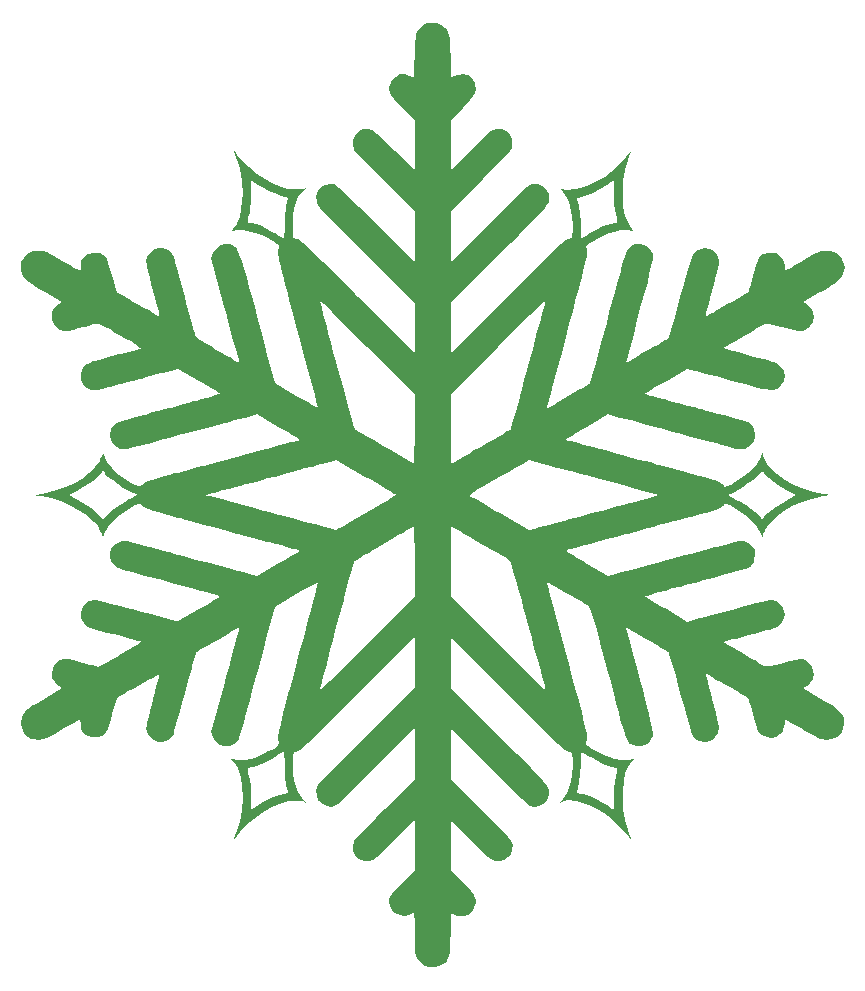
<source format=gtl>
G04 #@! TF.GenerationSoftware,KiCad,Pcbnew,7.0.9-unknown-1000.20231106gitacd7d5a.fc37*
G04 #@! TF.CreationDate,2023-12-21T17:08:17+11:00*
G04 #@! TF.ProjectId,2023-xmas-snowflake,32303233-2d78-46d6-9173-2d736e6f7766,rev?*
G04 #@! TF.SameCoordinates,Original*
G04 #@! TF.FileFunction,Copper,L1,Top*
G04 #@! TF.FilePolarity,Positive*
%FSLAX46Y46*%
G04 Gerber Fmt 4.6, Leading zero omitted, Abs format (unit mm)*
G04 Created by KiCad (PCBNEW 7.0.9-unknown-1000.20231106gitacd7d5a.fc37) date 2023-12-21 17:08:17*
%MOMM*%
%LPD*%
G01*
G04 APERTURE LIST*
G04 APERTURE END LIST*
G04 #@! TA.AperFunction,EtchedComponent*
G04 #@! TO.C,G\u002A\u002A\u002A*
G36*
X100332367Y-60090387D02*
G01*
X100560802Y-60133947D01*
X100749973Y-60227445D01*
X100862509Y-60307721D01*
X101049264Y-60462013D01*
X101194709Y-60621215D01*
X101304632Y-60808825D01*
X101384823Y-61048347D01*
X101441073Y-61363280D01*
X101479170Y-61777125D01*
X101504903Y-62313382D01*
X101524000Y-62992856D01*
X101539390Y-63594405D01*
X101554777Y-64044596D01*
X101571858Y-64361396D01*
X101592331Y-64562770D01*
X101617893Y-64666686D01*
X101650242Y-64691110D01*
X101682030Y-64665630D01*
X101837026Y-64553211D01*
X102072828Y-64453184D01*
X102126530Y-64437344D01*
X102565946Y-64398999D01*
X102972214Y-64511261D01*
X103313084Y-64755410D01*
X103556306Y-65112723D01*
X103625954Y-65307834D01*
X103674037Y-65551579D01*
X103668840Y-65776146D01*
X103597610Y-66004508D01*
X103447595Y-66259641D01*
X103206043Y-66564519D01*
X102860201Y-66942117D01*
X102531008Y-67280477D01*
X101524000Y-68300621D01*
X101524000Y-70412330D01*
X101524000Y-72524038D01*
X103153834Y-70903355D01*
X103598834Y-70466033D01*
X104019275Y-70062554D01*
X104396157Y-69710397D01*
X104710480Y-69427041D01*
X104943245Y-69229968D01*
X105072613Y-69138036D01*
X105445568Y-69037438D01*
X105850122Y-69065325D01*
X106215461Y-69215328D01*
X106258003Y-69244651D01*
X106536710Y-69540508D01*
X106709740Y-69915178D01*
X106764098Y-70318232D01*
X106686786Y-70699240D01*
X106651912Y-70773038D01*
X106567010Y-70880870D01*
X106374976Y-71093865D01*
X106089139Y-71398179D01*
X105722829Y-71779969D01*
X105289376Y-72225392D01*
X104802111Y-72720603D01*
X104274364Y-73251760D01*
X104027246Y-73498795D01*
X101524000Y-75995924D01*
X101524000Y-78155050D01*
X101524000Y-80314175D01*
X104762500Y-77084953D01*
X105379315Y-76471552D01*
X105964427Y-75892849D01*
X106506123Y-75360213D01*
X106992691Y-74885012D01*
X107412418Y-74478613D01*
X107753592Y-74152386D01*
X108004499Y-73917698D01*
X108153427Y-73785918D01*
X108185934Y-73762199D01*
X108516069Y-73678794D01*
X108892667Y-73707962D01*
X109254992Y-73833833D01*
X109542308Y-74040538D01*
X109618938Y-74136601D01*
X109814349Y-74575090D01*
X109849555Y-75034921D01*
X109814443Y-75230331D01*
X109784431Y-75310756D01*
X109726864Y-75411612D01*
X109633438Y-75541671D01*
X109495852Y-75709706D01*
X109305803Y-75924489D01*
X109054991Y-76194793D01*
X108735113Y-76529390D01*
X108337868Y-76937052D01*
X107854952Y-77426552D01*
X107278066Y-78006662D01*
X106598905Y-78686155D01*
X105809170Y-79473804D01*
X105624622Y-79657635D01*
X101524000Y-83741603D01*
X101524000Y-85880354D01*
X101524000Y-88019105D01*
X106286500Y-83265701D01*
X107034992Y-82519764D01*
X107751919Y-81807464D01*
X108427841Y-81138052D01*
X109053317Y-80520775D01*
X109618906Y-79964883D01*
X110115167Y-79479625D01*
X110532659Y-79074250D01*
X110861941Y-78758007D01*
X111093572Y-78540145D01*
X111218112Y-78429913D01*
X111233934Y-78418815D01*
X111450542Y-78343565D01*
X111584709Y-78325334D01*
X111698626Y-78303542D01*
X111775599Y-78220696D01*
X111822334Y-78050591D01*
X111845537Y-77767020D01*
X111851913Y-77343777D01*
X111851863Y-77281242D01*
X111799388Y-76382712D01*
X111647767Y-75591875D01*
X111434599Y-75013412D01*
X112235293Y-75013412D01*
X112382382Y-75533891D01*
X112480341Y-76194864D01*
X112526216Y-76973910D01*
X112529415Y-77245834D01*
X112533432Y-77651044D01*
X112543518Y-77986883D01*
X112558217Y-78221608D01*
X112576073Y-78323475D01*
X112578912Y-78325334D01*
X112670442Y-78281219D01*
X112852009Y-78168323D01*
X112986785Y-78077903D01*
X113366478Y-77840390D01*
X113806671Y-77602437D01*
X114269598Y-77380633D01*
X114717494Y-77191570D01*
X115112593Y-77051836D01*
X115417130Y-76978024D01*
X115507255Y-76970667D01*
X115603581Y-76958157D01*
X115649003Y-76899731D01*
X115644132Y-76764048D01*
X115589576Y-76519763D01*
X115521018Y-76263221D01*
X115445140Y-75886777D01*
X115397185Y-75402402D01*
X115374850Y-74783900D01*
X115372851Y-74578856D01*
X115370142Y-74156926D01*
X115366749Y-73803193D01*
X115363051Y-73548226D01*
X115359430Y-73422594D01*
X115358387Y-73414689D01*
X115289034Y-73457622D01*
X115112082Y-73571865D01*
X114861324Y-73735549D01*
X114772776Y-73793640D01*
X114188387Y-74134666D01*
X113539786Y-74442465D01*
X112900648Y-74683951D01*
X112589424Y-74774119D01*
X112343369Y-74849244D01*
X112235937Y-74924284D01*
X112235293Y-75013412D01*
X111434599Y-75013412D01*
X111400320Y-74920391D01*
X111060363Y-74379915D01*
X111008484Y-74318672D01*
X110731859Y-74003614D01*
X110959441Y-74090140D01*
X111411525Y-74181742D01*
X111957228Y-74159546D01*
X112571889Y-74030935D01*
X113230849Y-73803288D01*
X113909448Y-73483986D01*
X114583025Y-73080410D01*
X114774334Y-72948355D01*
X115092505Y-72695560D01*
X115474242Y-72352894D01*
X115876851Y-71962330D01*
X116257635Y-71565839D01*
X116573898Y-71205393D01*
X116668487Y-71086334D01*
X116781446Y-70955012D01*
X116813256Y-70959841D01*
X116801374Y-71001667D01*
X116740066Y-71168451D01*
X116642098Y-71431880D01*
X116546565Y-71687205D01*
X116284584Y-72557006D01*
X116131556Y-73493201D01*
X116081650Y-74531660D01*
X116081656Y-74547570D01*
X116120969Y-75420706D01*
X116239936Y-76157757D01*
X116442972Y-76774337D01*
X116734488Y-77286060D01*
X116919753Y-77512895D01*
X117049867Y-77663767D01*
X117065677Y-77716668D01*
X116975667Y-77693143D01*
X116494812Y-77590613D01*
X115914227Y-77613424D01*
X115361050Y-77728816D01*
X114903702Y-77880834D01*
X114399487Y-78091299D01*
X113903168Y-78333761D01*
X113469509Y-78581774D01*
X113192322Y-78776180D01*
X113052104Y-78905794D01*
X113005737Y-79029520D01*
X113035190Y-79219066D01*
X113058495Y-79308359D01*
X113072316Y-79364250D01*
X113082001Y-79424691D01*
X113085407Y-79498239D01*
X113080389Y-79593451D01*
X113064802Y-79718884D01*
X113036504Y-79883096D01*
X112993349Y-80094644D01*
X112933194Y-80362086D01*
X112853894Y-80693979D01*
X112753305Y-81098879D01*
X112629283Y-81585346D01*
X112479683Y-82161935D01*
X112302362Y-82837204D01*
X112095176Y-83619711D01*
X111855980Y-84518012D01*
X111582630Y-85540666D01*
X111272981Y-86696230D01*
X110924891Y-87993260D01*
X110536213Y-89440314D01*
X110292338Y-90348000D01*
X110132110Y-90946890D01*
X109988161Y-91489855D01*
X109865871Y-91956206D01*
X109770619Y-92325250D01*
X109707786Y-92576296D01*
X109682752Y-92688653D01*
X109682740Y-92692648D01*
X109755606Y-92656160D01*
X109950490Y-92548311D01*
X110243150Y-92383073D01*
X110609344Y-92174418D01*
X111024832Y-91936320D01*
X111465371Y-91682750D01*
X111906719Y-91427682D01*
X112324635Y-91185087D01*
X112694877Y-90968939D01*
X112993204Y-90793211D01*
X113195374Y-90671874D01*
X113265576Y-90627549D01*
X113308279Y-90533535D01*
X113388767Y-90293219D01*
X113501947Y-89924112D01*
X113642726Y-89443728D01*
X113806012Y-88869578D01*
X113986711Y-88219174D01*
X114179732Y-87510031D01*
X114270167Y-87173000D01*
X114494584Y-86333021D01*
X114730722Y-85449394D01*
X114969234Y-84557078D01*
X115200774Y-83691028D01*
X115415997Y-82886203D01*
X115605558Y-82177557D01*
X115750445Y-81636154D01*
X115911947Y-81047055D01*
X116068424Y-80502512D01*
X116212275Y-80026996D01*
X116335896Y-79644977D01*
X116431685Y-79380926D01*
X116486984Y-79265488D01*
X116794647Y-78969464D01*
X117160652Y-78809092D01*
X117550776Y-78778229D01*
X117930800Y-78870731D01*
X118266502Y-79080453D01*
X118523661Y-79401253D01*
X118627622Y-79649801D01*
X118643892Y-79726639D01*
X118649748Y-79825830D01*
X118642761Y-79957318D01*
X118620498Y-80131045D01*
X118580529Y-80356956D01*
X118520421Y-80644992D01*
X118437744Y-81005099D01*
X118330066Y-81447218D01*
X118194957Y-81981293D01*
X118029984Y-82617267D01*
X117832717Y-83365084D01*
X117600724Y-84234687D01*
X117331573Y-85236019D01*
X117022835Y-86379023D01*
X116672076Y-87673643D01*
X116606924Y-87913834D01*
X116510538Y-88277217D01*
X116436624Y-88571644D01*
X116393109Y-88764416D01*
X116386267Y-88824000D01*
X116469854Y-88783450D01*
X116674702Y-88671319D01*
X116976119Y-88501887D01*
X117349416Y-88289434D01*
X117769902Y-88048239D01*
X118212886Y-87792584D01*
X118653678Y-87536747D01*
X119067586Y-87295008D01*
X119429922Y-87081647D01*
X119715993Y-86910945D01*
X119901110Y-86797180D01*
X119958904Y-86757756D01*
X120002821Y-86657547D01*
X120084860Y-86411297D01*
X120199861Y-86036676D01*
X120342662Y-85551352D01*
X120508104Y-84972992D01*
X120691025Y-84319266D01*
X120886265Y-83607841D01*
X120978404Y-83267507D01*
X121179367Y-82529548D01*
X121372078Y-81836157D01*
X121551098Y-81205876D01*
X121710989Y-80657247D01*
X121846312Y-80208812D01*
X121951628Y-79879113D01*
X122021499Y-79686693D01*
X122039179Y-79650948D01*
X122325019Y-79342929D01*
X122693657Y-79176538D01*
X123039656Y-79139436D01*
X123474504Y-79213309D01*
X123833213Y-79418557D01*
X124090183Y-79730620D01*
X124219812Y-80124940D01*
X124230375Y-80281692D01*
X124208785Y-80464869D01*
X124147659Y-80784240D01*
X124053129Y-81212941D01*
X123931326Y-81724109D01*
X123788380Y-82290877D01*
X123665604Y-82756306D01*
X123514090Y-83325123D01*
X123380316Y-83837979D01*
X123269785Y-84272896D01*
X123188000Y-84607892D01*
X123140463Y-84820985D01*
X123131378Y-84890267D01*
X123206742Y-84856432D01*
X123404520Y-84752105D01*
X123700249Y-84591058D01*
X124069463Y-84387063D01*
X124487699Y-84153892D01*
X124930493Y-83905319D01*
X125373380Y-83655115D01*
X125791897Y-83417052D01*
X126161579Y-83204903D01*
X126457962Y-83032441D01*
X126656583Y-82913437D01*
X126731306Y-82863648D01*
X126758799Y-82780105D01*
X126823018Y-82560247D01*
X126916267Y-82231164D01*
X127030853Y-81819946D01*
X127128542Y-81465254D01*
X127263727Y-80994502D01*
X127396586Y-80571890D01*
X127516380Y-80228730D01*
X127612372Y-79996336D01*
X127659703Y-79916280D01*
X128012193Y-79648875D01*
X128447746Y-79520463D01*
X128617334Y-79510667D01*
X129064611Y-79584135D01*
X129423005Y-79791468D01*
X129672710Y-80113058D01*
X129793923Y-80529299D01*
X129802350Y-80683892D01*
X129801735Y-80831818D01*
X129812631Y-80933981D01*
X129854583Y-80984932D01*
X129947138Y-80979220D01*
X130109842Y-80911394D01*
X130362240Y-80776004D01*
X130723881Y-80567600D01*
X131183421Y-80298778D01*
X131719567Y-79986962D01*
X132135145Y-79751271D01*
X132455018Y-79581094D01*
X132704049Y-79465817D01*
X132907100Y-79394829D01*
X133089035Y-79357517D01*
X133274717Y-79343269D01*
X133426540Y-79341333D01*
X133752542Y-79357538D01*
X133991616Y-79421885D01*
X134224379Y-79557978D01*
X134264651Y-79586704D01*
X134569786Y-79895044D01*
X134785799Y-80287199D01*
X134879397Y-80699706D01*
X134880807Y-80761214D01*
X134813375Y-81107090D01*
X134638614Y-81480970D01*
X134390343Y-81817311D01*
X134280623Y-81924393D01*
X134111965Y-82049526D01*
X133826102Y-82237736D01*
X133453795Y-82469764D01*
X133025808Y-82726351D01*
X132666797Y-82934762D01*
X131342930Y-83691857D01*
X131661990Y-83898739D01*
X132011826Y-84200932D01*
X132206839Y-84560278D01*
X132258000Y-84925435D01*
X132181897Y-85385482D01*
X131959591Y-85769452D01*
X131785436Y-85935633D01*
X131551876Y-86081211D01*
X131293346Y-86152387D01*
X130974355Y-86150435D01*
X130559410Y-86076630D01*
X130224929Y-85991685D01*
X129615419Y-85825976D01*
X129146464Y-85701357D01*
X128795224Y-85614480D01*
X128538857Y-85561993D01*
X128354521Y-85540546D01*
X128219374Y-85546790D01*
X128110576Y-85577373D01*
X128005285Y-85628946D01*
X127952487Y-85658376D01*
X127785869Y-85753066D01*
X127500199Y-85916706D01*
X127123009Y-86133470D01*
X126681830Y-86387532D01*
X126204195Y-86663066D01*
X126104730Y-86720504D01*
X124565793Y-87609352D01*
X125427397Y-87835720D01*
X125900676Y-87961134D01*
X126449234Y-88108120D01*
X126985155Y-88253069D01*
X127220334Y-88317245D01*
X127639456Y-88430393D01*
X128040199Y-88535649D01*
X128369771Y-88619298D01*
X128537052Y-88659284D01*
X128843444Y-88752083D01*
X129130679Y-88875895D01*
X129193993Y-88911310D01*
X129528079Y-89201198D01*
X129730484Y-89561679D01*
X129799684Y-89957678D01*
X129734154Y-90354118D01*
X129532368Y-90715924D01*
X129282603Y-90949257D01*
X129170823Y-91024683D01*
X129058859Y-91083484D01*
X128932476Y-91123167D01*
X128777440Y-91141238D01*
X128579516Y-91135204D01*
X128324471Y-91102570D01*
X127998070Y-91040845D01*
X127586079Y-90947533D01*
X127074264Y-90820142D01*
X126448390Y-90656178D01*
X125694224Y-90453148D01*
X124797531Y-90208557D01*
X124341667Y-90083703D01*
X124023126Y-89996822D01*
X123597329Y-89881255D01*
X123120554Y-89752252D01*
X122661380Y-89628376D01*
X121573761Y-89335460D01*
X119804979Y-90356037D01*
X119310058Y-90643155D01*
X118865455Y-90904044D01*
X118491796Y-91126360D01*
X118209706Y-91297757D01*
X118039808Y-91405893D01*
X117998809Y-91437110D01*
X118057634Y-91483815D01*
X118246525Y-91558340D01*
X118531124Y-91648030D01*
X118696210Y-91693975D01*
X119115286Y-91806315D01*
X119553765Y-91924407D01*
X119927650Y-92025619D01*
X119981334Y-92040224D01*
X120338223Y-92136653D01*
X120772598Y-92252927D01*
X121198146Y-92365954D01*
X121251334Y-92380000D01*
X121668911Y-92490923D01*
X122107223Y-92608528D01*
X122479941Y-92709635D01*
X122521334Y-92720979D01*
X122778082Y-92790410D01*
X123162115Y-92892905D01*
X123636871Y-93018771D01*
X124165786Y-93158317D01*
X124712301Y-93301848D01*
X124722667Y-93304564D01*
X125246890Y-93445385D01*
X125732523Y-93582338D01*
X126148989Y-93706291D01*
X126465709Y-93808113D01*
X126652106Y-93878673D01*
X126663140Y-93884033D01*
X127013679Y-94144342D01*
X127235664Y-94481599D01*
X127328445Y-94861782D01*
X127291373Y-95250869D01*
X127123797Y-95614839D01*
X126825068Y-95919668D01*
X126703520Y-95998107D01*
X126481158Y-96111531D01*
X126277914Y-96168928D01*
X126048099Y-96171062D01*
X125746028Y-96118698D01*
X125356110Y-96020667D01*
X124934235Y-95907785D01*
X124457926Y-95780184D01*
X124066500Y-95675200D01*
X123696121Y-95575798D01*
X123190471Y-95440117D01*
X122577127Y-95275556D01*
X121883666Y-95089511D01*
X121137665Y-94889381D01*
X120366702Y-94682563D01*
X119598353Y-94476456D01*
X118860197Y-94278455D01*
X118179809Y-94095961D01*
X117584768Y-93936369D01*
X117102649Y-93807078D01*
X116806334Y-93727629D01*
X116414947Y-93623587D01*
X115958311Y-93503480D01*
X115535206Y-93393291D01*
X115534755Y-93393174D01*
X114855843Y-93217600D01*
X113079421Y-94239369D01*
X112583878Y-94526692D01*
X112139564Y-94788700D01*
X111766915Y-95012983D01*
X111486364Y-95187132D01*
X111318347Y-95298737D01*
X111278643Y-95332973D01*
X111334704Y-95394562D01*
X111504010Y-95450586D01*
X111532643Y-95456289D01*
X111757189Y-95505296D01*
X112074513Y-95583553D01*
X112403667Y-95670807D01*
X112757811Y-95767488D01*
X113201005Y-95887425D01*
X113658626Y-96010453D01*
X113843000Y-96059750D01*
X114575299Y-96255154D01*
X115178818Y-96416253D01*
X115688392Y-96552377D01*
X116138855Y-96672860D01*
X116565041Y-96787032D01*
X117001784Y-96904228D01*
X117483919Y-97033778D01*
X118046280Y-97185014D01*
X118723701Y-97367270D01*
X118753667Y-97375334D01*
X119545605Y-97588374D01*
X120202358Y-97764936D01*
X120752239Y-97912613D01*
X121223558Y-98039002D01*
X121644627Y-98151699D01*
X122043759Y-98258300D01*
X122203834Y-98300995D01*
X122609688Y-98409273D01*
X123075993Y-98533781D01*
X123487755Y-98643809D01*
X123913924Y-98777686D01*
X124265381Y-98926717D01*
X124514128Y-99076300D01*
X124632170Y-99211832D01*
X124638000Y-99243765D01*
X124703246Y-99319080D01*
X124898236Y-99287280D01*
X125221849Y-99148713D01*
X125600418Y-98945419D01*
X126389432Y-98439616D01*
X127011827Y-97915872D01*
X127469562Y-97372219D01*
X127764598Y-96806692D01*
X127782892Y-96755654D01*
X127864167Y-96544827D01*
X127920270Y-96445683D01*
X127937236Y-96466090D01*
X127994523Y-96711332D01*
X128142037Y-97032876D01*
X128353904Y-97383754D01*
X128604250Y-97717002D01*
X128664434Y-97786085D01*
X129190227Y-98274804D01*
X129849361Y-98734811D01*
X130606262Y-99149280D01*
X131425353Y-99501383D01*
X132271061Y-99774293D01*
X133107810Y-99951184D01*
X133295448Y-99976541D01*
X133739667Y-100029705D01*
X133062334Y-100143069D01*
X132150818Y-100345582D01*
X131275271Y-100635885D01*
X130457052Y-101001255D01*
X129717522Y-101428971D01*
X129078041Y-101906308D01*
X128559969Y-102420546D01*
X128184668Y-102958961D01*
X128119853Y-103086867D01*
X128013368Y-103341076D01*
X127947392Y-103551659D01*
X127937236Y-103618577D01*
X127912244Y-103630036D01*
X127850246Y-103507611D01*
X127782892Y-103329013D01*
X127502125Y-102761461D01*
X127058830Y-102215956D01*
X126451049Y-101690533D01*
X125676823Y-101183226D01*
X125600418Y-101139248D01*
X125167535Y-100909515D01*
X124862315Y-100786251D01*
X124685879Y-100769805D01*
X124638000Y-100840902D01*
X124559873Y-100969669D01*
X124344940Y-101116632D01*
X124022369Y-101266437D01*
X123621330Y-101403731D01*
X123508922Y-101435186D01*
X123078554Y-101550177D01*
X122601198Y-101677629D01*
X122225000Y-101778000D01*
X121817923Y-101886648D01*
X121404681Y-101997159D01*
X120956297Y-102117308D01*
X120443788Y-102254870D01*
X119838176Y-102417620D01*
X119110480Y-102613334D01*
X118753667Y-102709334D01*
X118205592Y-102856772D01*
X117666093Y-103001845D01*
X117174669Y-103133937D01*
X116770818Y-103242430D01*
X116510000Y-103312427D01*
X116275753Y-103375213D01*
X116052094Y-103435106D01*
X115811994Y-103499328D01*
X115528426Y-103575097D01*
X115174361Y-103669636D01*
X114722772Y-103790164D01*
X114146631Y-103943902D01*
X113843000Y-104024917D01*
X113402356Y-104143008D01*
X112943730Y-104266764D01*
X112541745Y-104376022D01*
X112403667Y-104413860D01*
X112063238Y-104503997D01*
X111747867Y-104581561D01*
X111532643Y-104628378D01*
X111352215Y-104681604D01*
X111277612Y-104743996D01*
X111278643Y-104751694D01*
X111355911Y-104812231D01*
X111559994Y-104943988D01*
X111870467Y-105134559D01*
X112266901Y-105371540D01*
X112728870Y-105642525D01*
X113080571Y-105845959D01*
X114858142Y-106868390D01*
X115535905Y-106694083D01*
X115958949Y-106584132D01*
X116415769Y-106463629D01*
X116806334Y-106358966D01*
X117160443Y-106263289D01*
X117603592Y-106144129D01*
X118061179Y-106021531D01*
X118245667Y-105972251D01*
X118625795Y-105870778D01*
X118982859Y-105775334D01*
X119345082Y-105678345D01*
X119740687Y-105572240D01*
X120197895Y-105449444D01*
X120744931Y-105302384D01*
X121410015Y-105123488D01*
X121886334Y-104995334D01*
X122430433Y-104848962D01*
X122962187Y-104705965D01*
X123443213Y-104576661D01*
X123835127Y-104471366D01*
X124087667Y-104403584D01*
X124735299Y-104229845D01*
X125241020Y-104096114D01*
X125626785Y-103999732D01*
X125914553Y-103938036D01*
X126126280Y-103908365D01*
X126283923Y-103908059D01*
X126409440Y-103934457D01*
X126524788Y-103984897D01*
X126651923Y-104056719D01*
X126703520Y-104086560D01*
X127052671Y-104372239D01*
X127266108Y-104734104D01*
X127334066Y-105141025D01*
X127246784Y-105561873D01*
X127199035Y-105666648D01*
X127130193Y-105798507D01*
X127059904Y-105909825D01*
X126971797Y-106007104D01*
X126849495Y-106096845D01*
X126676626Y-106185551D01*
X126436815Y-106279721D01*
X126113687Y-106385859D01*
X125690869Y-106510465D01*
X125151986Y-106660040D01*
X124480665Y-106841087D01*
X123749000Y-107036499D01*
X123336258Y-107146889D01*
X122898666Y-107264332D01*
X122529250Y-107363860D01*
X122521334Y-107366000D01*
X122164465Y-107461887D01*
X121730114Y-107577761D01*
X121304581Y-107690607D01*
X121251334Y-107704667D01*
X120833780Y-107815432D01*
X120395490Y-107932631D01*
X120022778Y-108033172D01*
X119981334Y-108044443D01*
X119627880Y-108140245D01*
X119194792Y-108256978D01*
X118766069Y-108372010D01*
X118696210Y-108390692D01*
X118377061Y-108483202D01*
X118136674Y-108566787D01*
X118009409Y-108628794D01*
X117998809Y-108647557D01*
X118079711Y-108705095D01*
X118286969Y-108834373D01*
X118599960Y-109023048D01*
X118998059Y-109258774D01*
X119460641Y-109529207D01*
X119804979Y-109728630D01*
X121573761Y-110749207D01*
X122661380Y-110456291D01*
X123133746Y-110328851D01*
X123609877Y-110200012D01*
X124033495Y-110085025D01*
X124341667Y-110000964D01*
X125307449Y-109736771D01*
X126124270Y-109515265D01*
X126806366Y-109333953D01*
X127367969Y-109190341D01*
X127823315Y-109081935D01*
X128186638Y-109006242D01*
X128472171Y-108960769D01*
X128694149Y-108943022D01*
X128866806Y-108950507D01*
X129004377Y-108980730D01*
X129121095Y-109031199D01*
X129231195Y-109099420D01*
X129282603Y-109135410D01*
X129590557Y-109446525D01*
X129761079Y-109819335D01*
X129795694Y-110218765D01*
X129695927Y-110609740D01*
X129463303Y-110957185D01*
X129193993Y-111173357D01*
X128933802Y-111297920D01*
X128621139Y-111404250D01*
X128537052Y-111425383D01*
X128294343Y-111484156D01*
X127941316Y-111574705D01*
X127530763Y-111683315D01*
X127220334Y-111767422D01*
X126723568Y-111902531D01*
X126170323Y-112051453D01*
X125648513Y-112190577D01*
X125427397Y-112248947D01*
X124565793Y-112475315D01*
X126104730Y-113364163D01*
X126586423Y-113642135D01*
X127037277Y-113901864D01*
X127429761Y-114127525D01*
X127736344Y-114303291D01*
X127929492Y-114413337D01*
X127952487Y-114426291D01*
X128063723Y-114486286D01*
X128168099Y-114526811D01*
X128288455Y-114544517D01*
X128447633Y-114536054D01*
X128668475Y-114498072D01*
X128973823Y-114427219D01*
X129386517Y-114320146D01*
X129929400Y-114173502D01*
X130224929Y-114092982D01*
X130720434Y-113973591D01*
X131097133Y-113925233D01*
X131390520Y-113949181D01*
X131636087Y-114046710D01*
X131785436Y-114149034D01*
X132081629Y-114484842D01*
X132236395Y-114906938D01*
X132258000Y-115159232D01*
X132187777Y-115580700D01*
X131970803Y-115930885D01*
X131662452Y-116185628D01*
X131343853Y-116392212D01*
X132740881Y-117191939D01*
X133346917Y-117546142D01*
X133819074Y-117841581D01*
X134175671Y-118093719D01*
X134435028Y-118318019D01*
X134615464Y-118529943D01*
X134735298Y-118744955D01*
X134799953Y-118929974D01*
X134860000Y-119418581D01*
X134769753Y-119862124D01*
X134546715Y-120238295D01*
X134208389Y-120524790D01*
X133772277Y-120699302D01*
X133377065Y-120743334D01*
X133189631Y-120738567D01*
X133017506Y-120717201D01*
X132836439Y-120668636D01*
X132622183Y-120582271D01*
X132350490Y-120447508D01*
X131997111Y-120253745D01*
X131537798Y-119990385D01*
X131185300Y-119785230D01*
X130702338Y-119503268D01*
X130347043Y-119299345D01*
X130099885Y-119167791D01*
X129941335Y-119102937D01*
X129851865Y-119099113D01*
X129811945Y-119150649D01*
X129802047Y-119251875D01*
X129802667Y-119383813D01*
X129769746Y-119680062D01*
X129688792Y-119952902D01*
X129671556Y-119989282D01*
X129427105Y-120293414D01*
X129089967Y-120488294D01*
X128699725Y-120570398D01*
X128295961Y-120536203D01*
X127918260Y-120382184D01*
X127659703Y-120168387D01*
X127586793Y-120032292D01*
X127482556Y-119763485D01*
X127357729Y-119393278D01*
X127223049Y-118952984D01*
X127128542Y-118619413D01*
X127002793Y-118163497D01*
X126892468Y-117768908D01*
X126805264Y-117462734D01*
X126748874Y-117272066D01*
X126731306Y-117221019D01*
X126640240Y-117161160D01*
X126429644Y-117035588D01*
X126123981Y-116858076D01*
X125747716Y-116642395D01*
X125325314Y-116402319D01*
X124881237Y-116151619D01*
X124439950Y-115904068D01*
X124025918Y-115673438D01*
X123663604Y-115473502D01*
X123377473Y-115318031D01*
X123191988Y-115220798D01*
X123131378Y-115194400D01*
X123143992Y-115281191D01*
X123195728Y-115509349D01*
X123281082Y-115856894D01*
X123394551Y-116301843D01*
X123530634Y-116822218D01*
X123665604Y-117328361D01*
X123820828Y-117919920D01*
X123959714Y-118476924D01*
X124076130Y-118972508D01*
X124163945Y-119379806D01*
X124217027Y-119671956D01*
X124230375Y-119802975D01*
X124152651Y-120220812D01*
X123938405Y-120565200D01*
X123613239Y-120811579D01*
X123202752Y-120935392D01*
X123039656Y-120945231D01*
X122596693Y-120880636D01*
X122249487Y-120681040D01*
X122039179Y-120433719D01*
X121986080Y-120305491D01*
X121895216Y-120032075D01*
X121772027Y-119632015D01*
X121621949Y-119123852D01*
X121450423Y-118526129D01*
X121262886Y-117857387D01*
X121064777Y-117136169D01*
X120978404Y-116817160D01*
X120779245Y-116085204D01*
X120590041Y-115402853D01*
X120415951Y-114787775D01*
X120262138Y-114257639D01*
X120133761Y-113830113D01*
X120035982Y-113522864D01*
X119973961Y-113353562D01*
X119958904Y-113326911D01*
X119866029Y-113265404D01*
X119653621Y-113136214D01*
X119346371Y-112953621D01*
X118968969Y-112731906D01*
X118546105Y-112485347D01*
X118102471Y-112228225D01*
X117662757Y-111974819D01*
X117251654Y-111739410D01*
X116893851Y-111536277D01*
X116614040Y-111379700D01*
X116436912Y-111283959D01*
X116386267Y-111260667D01*
X116396435Y-111336797D01*
X116443985Y-111543386D01*
X116520990Y-111847738D01*
X116606924Y-112170834D01*
X116965202Y-113492704D01*
X117281039Y-114661238D01*
X117556867Y-115686378D01*
X117795117Y-116578069D01*
X117998221Y-117346252D01*
X118168609Y-118000872D01*
X118308713Y-118551872D01*
X118420965Y-119009195D01*
X118507795Y-119382784D01*
X118571635Y-119682583D01*
X118614916Y-119918535D01*
X118640069Y-120100582D01*
X118649526Y-120238669D01*
X118645719Y-120342738D01*
X118631077Y-120422733D01*
X118627622Y-120434866D01*
X118433236Y-120825211D01*
X118134744Y-121111963D01*
X117766447Y-121279411D01*
X117362646Y-121311843D01*
X116964170Y-121196816D01*
X116872921Y-121154887D01*
X116792810Y-121119868D01*
X116720666Y-121082001D01*
X116653313Y-121031528D01*
X116587579Y-120958690D01*
X116520291Y-120853729D01*
X116448274Y-120706886D01*
X116368356Y-120508403D01*
X116277362Y-120248522D01*
X116172120Y-119917483D01*
X116049456Y-119505530D01*
X115906196Y-119002902D01*
X115739167Y-118399841D01*
X115545195Y-117686590D01*
X115321107Y-116853390D01*
X115063730Y-115890482D01*
X114769890Y-114788108D01*
X114436413Y-113536509D01*
X114269815Y-112911667D01*
X114073152Y-112181573D01*
X113886452Y-111502266D01*
X113714805Y-110891260D01*
X113563299Y-110366072D01*
X113437024Y-109944217D01*
X113341068Y-109643209D01*
X113280522Y-109480565D01*
X113266091Y-109457118D01*
X113141404Y-109379758D01*
X112904393Y-109238706D01*
X112579300Y-109047931D01*
X112190364Y-108821399D01*
X111761825Y-108573081D01*
X111317923Y-108316942D01*
X110882898Y-108066953D01*
X110480990Y-107837079D01*
X110136440Y-107641291D01*
X109873487Y-107493555D01*
X109716371Y-107407839D01*
X109682391Y-107392054D01*
X109699821Y-107474596D01*
X109756635Y-107702300D01*
X109848040Y-108056859D01*
X109969246Y-108519965D01*
X110115462Y-109073311D01*
X110281895Y-109698588D01*
X110462200Y-110371702D01*
X110862083Y-111860118D01*
X111220259Y-113193826D01*
X111538932Y-114381660D01*
X111820307Y-115432454D01*
X112066587Y-116355040D01*
X112279977Y-117158252D01*
X112462681Y-117850922D01*
X112616903Y-118441885D01*
X112744847Y-118939974D01*
X112848718Y-119354022D01*
X112930719Y-119692862D01*
X112993055Y-119965328D01*
X113037931Y-120180253D01*
X113067549Y-120346470D01*
X113084115Y-120472812D01*
X113089833Y-120568113D01*
X113086906Y-120641207D01*
X113077540Y-120700926D01*
X113063938Y-120756104D01*
X113058486Y-120776343D01*
X113007960Y-121003366D01*
X113027307Y-121140898D01*
X113134563Y-121260649D01*
X113192322Y-121308487D01*
X113530305Y-121540565D01*
X113977240Y-121789449D01*
X114478363Y-122028690D01*
X114978908Y-122231841D01*
X115361050Y-122355851D01*
X116014574Y-122483444D01*
X116579924Y-122485951D01*
X116975667Y-122391524D01*
X117066227Y-122368162D01*
X117048827Y-122422318D01*
X116919753Y-122571772D01*
X116578655Y-123040591D01*
X116329220Y-123609039D01*
X116167247Y-124291878D01*
X116088539Y-125103873D01*
X116079131Y-125527440D01*
X116130437Y-126596862D01*
X116293336Y-127566109D01*
X116546565Y-128397462D01*
X116657652Y-128694490D01*
X116751740Y-128947768D01*
X116801374Y-129083000D01*
X116804539Y-129144368D01*
X116723627Y-129067721D01*
X116668487Y-128998334D01*
X116389693Y-128665083D01*
X116028968Y-128278679D01*
X115629323Y-127881329D01*
X115233771Y-127515242D01*
X114885321Y-127222625D01*
X114774334Y-127139564D01*
X114103916Y-126710328D01*
X113422452Y-126364201D01*
X112754339Y-126108506D01*
X112123977Y-125950566D01*
X111555762Y-125897704D01*
X111074093Y-125957244D01*
X110959441Y-125994527D01*
X110731859Y-126081053D01*
X111008484Y-125765995D01*
X111360465Y-125243777D01*
X111430366Y-125067682D01*
X112236664Y-125067682D01*
X112242896Y-125151597D01*
X112351604Y-125227208D01*
X112589901Y-125310217D01*
X112717795Y-125346345D01*
X113079043Y-125466257D01*
X113512140Y-125642034D01*
X113970528Y-125851351D01*
X114407651Y-126071882D01*
X114776952Y-126281301D01*
X115028334Y-126454345D01*
X115200749Y-126589162D01*
X115312159Y-126662617D01*
X115324667Y-126666933D01*
X115340406Y-126588501D01*
X115354363Y-126371200D01*
X115365275Y-126045493D01*
X115371878Y-125641843D01*
X115372851Y-125505811D01*
X115388289Y-124844169D01*
X115428688Y-124324141D01*
X115496352Y-123919529D01*
X115521018Y-123821446D01*
X115610478Y-123481032D01*
X115650687Y-123271472D01*
X115641035Y-123161423D01*
X115580911Y-123119542D01*
X115507255Y-123114000D01*
X115250903Y-123072100D01*
X114888463Y-122957458D01*
X114457700Y-122786666D01*
X113996381Y-122576314D01*
X113542271Y-122342992D01*
X113133134Y-122103290D01*
X112986785Y-122006764D01*
X112773853Y-121866181D01*
X112621549Y-121776538D01*
X112578912Y-121759334D01*
X112560710Y-121838706D01*
X112545449Y-122055663D01*
X112534585Y-122378460D01*
X112529572Y-122775354D01*
X112529415Y-122838834D01*
X112501445Y-123643111D01*
X112421573Y-124339601D01*
X112292904Y-124904673D01*
X112236664Y-125067682D01*
X111430366Y-125067682D01*
X111620378Y-124589004D01*
X111784904Y-123813333D01*
X111850724Y-122928421D01*
X111851863Y-122803425D01*
X111847083Y-122361328D01*
X111826295Y-122062103D01*
X111782794Y-121879544D01*
X111709873Y-121787445D01*
X111600828Y-121759601D01*
X111584709Y-121759334D01*
X111375671Y-121721149D01*
X111233934Y-121665852D01*
X111146155Y-121592514D01*
X110948222Y-121408546D01*
X110649576Y-121123197D01*
X110259659Y-120745717D01*
X109787911Y-120285354D01*
X109243773Y-119751358D01*
X108636686Y-119152976D01*
X107976090Y-118499460D01*
X107271428Y-117800056D01*
X106532139Y-117064015D01*
X106286500Y-116818966D01*
X101524000Y-112065562D01*
X101524000Y-114201183D01*
X101524000Y-116336805D01*
X105623536Y-120423902D01*
X106453749Y-121251810D01*
X107171828Y-121969382D01*
X107785515Y-122585885D01*
X108302549Y-123110582D01*
X108730673Y-123552738D01*
X109077626Y-123921618D01*
X109351150Y-124226486D01*
X109558984Y-124476606D01*
X109708871Y-124681244D01*
X109808549Y-124849664D01*
X109865761Y-124991131D01*
X109888247Y-125114908D01*
X109883748Y-125230261D01*
X109860005Y-125346455D01*
X109829146Y-125457426D01*
X109643264Y-125857124D01*
X109360032Y-126163661D01*
X109012018Y-126359893D01*
X108631787Y-126428676D01*
X108251906Y-126352866D01*
X108185934Y-126322468D01*
X108092216Y-126246232D01*
X107890680Y-126061421D01*
X107593039Y-125779404D01*
X107211005Y-125411549D01*
X106756293Y-124969224D01*
X106240613Y-124463797D01*
X105675679Y-123906637D01*
X105073204Y-123309112D01*
X104762500Y-122999714D01*
X101524000Y-119770492D01*
X101524000Y-121929617D01*
X101524000Y-124088743D01*
X104027246Y-126585872D01*
X104568860Y-127128686D01*
X105075990Y-127641785D01*
X105535305Y-128111323D01*
X105933476Y-128523458D01*
X106257172Y-128864346D01*
X106493063Y-129120144D01*
X106627820Y-129277008D01*
X106651912Y-129311629D01*
X106771673Y-129693251D01*
X106748289Y-130071034D01*
X106605684Y-130420209D01*
X106367781Y-130716009D01*
X106058505Y-130933666D01*
X105701781Y-131048411D01*
X105321532Y-131035476D01*
X105072613Y-130946631D01*
X104936401Y-130849224D01*
X104700325Y-130648694D01*
X104383385Y-130362520D01*
X104004579Y-130008182D01*
X103582908Y-129603160D01*
X103153834Y-129181312D01*
X101524000Y-127560629D01*
X101524000Y-129672337D01*
X101524000Y-131784046D01*
X102531008Y-132804190D01*
X102961900Y-133250109D01*
X103279101Y-133606372D01*
X103495363Y-133895953D01*
X103623439Y-134141825D01*
X103676082Y-134366965D01*
X103666042Y-134594346D01*
X103625954Y-134776834D01*
X103437878Y-135179469D01*
X103137471Y-135477466D01*
X102756981Y-135652102D01*
X102328659Y-135684654D01*
X102126530Y-135647323D01*
X101884474Y-135555824D01*
X101704583Y-135442361D01*
X101682030Y-135419037D01*
X101643054Y-135392954D01*
X101612219Y-135432039D01*
X101587825Y-135554258D01*
X101568177Y-135777576D01*
X101551576Y-136119962D01*
X101536326Y-136599381D01*
X101524000Y-137091811D01*
X101504793Y-137773701D01*
X101478973Y-138309712D01*
X101440808Y-138723298D01*
X101384565Y-139037911D01*
X101304511Y-139277003D01*
X101194914Y-139464028D01*
X101050040Y-139622438D01*
X100868807Y-139772142D01*
X100516319Y-139949424D01*
X100089601Y-140031527D01*
X99658545Y-140012173D01*
X99337875Y-139909704D01*
X98998154Y-139652763D01*
X98717864Y-139278765D01*
X98572360Y-138955199D01*
X98536743Y-138757474D01*
X98508453Y-138410072D01*
X98488440Y-137932532D01*
X98477655Y-137344390D01*
X98476000Y-136973577D01*
X98475458Y-136399512D01*
X98472465Y-135974866D01*
X98464975Y-135679726D01*
X98450940Y-135494177D01*
X98428313Y-135398307D01*
X98395047Y-135372202D01*
X98349094Y-135395948D01*
X98316681Y-135423938D01*
X97975533Y-135630045D01*
X97594367Y-135696496D01*
X97208774Y-135635145D01*
X96854351Y-135457851D01*
X96566690Y-135176469D01*
X96381385Y-134802857D01*
X96374047Y-134776834D01*
X96325964Y-134533088D01*
X96331161Y-134308521D01*
X96402391Y-134080159D01*
X96552405Y-133825026D01*
X96793958Y-133520148D01*
X97139800Y-133142550D01*
X97468993Y-132804190D01*
X98476000Y-131784046D01*
X98476000Y-129672337D01*
X98476000Y-127560629D01*
X96846167Y-129181312D01*
X96401166Y-129618634D01*
X95980725Y-130022113D01*
X95603843Y-130374270D01*
X95289521Y-130657626D01*
X95056756Y-130854699D01*
X94927388Y-130946631D01*
X94554432Y-131047229D01*
X94149878Y-131019342D01*
X93784540Y-130869339D01*
X93741997Y-130840016D01*
X93463291Y-130544159D01*
X93290260Y-130169489D01*
X93235902Y-129766435D01*
X93313214Y-129385427D01*
X93348088Y-129311629D01*
X93432990Y-129203797D01*
X93625025Y-128990802D01*
X93910862Y-128686488D01*
X94277172Y-128304698D01*
X94710624Y-127859275D01*
X95197889Y-127364064D01*
X95725636Y-126832907D01*
X95972755Y-126585872D01*
X98476000Y-124088743D01*
X98476000Y-121929617D01*
X98476000Y-119770492D01*
X95237500Y-122999714D01*
X94620685Y-123613115D01*
X94035574Y-124191818D01*
X93493877Y-124724454D01*
X93007309Y-125199655D01*
X92587582Y-125606054D01*
X92246409Y-125932281D01*
X91995502Y-126166969D01*
X91846574Y-126298749D01*
X91814066Y-126322468D01*
X91460687Y-126413278D01*
X91075503Y-126371996D01*
X90708033Y-126215059D01*
X90407793Y-125958904D01*
X90312722Y-125824108D01*
X90174891Y-125435377D01*
X90168051Y-125007660D01*
X90291345Y-124608221D01*
X90329062Y-124541642D01*
X90418967Y-124433252D01*
X90618934Y-124216722D01*
X90918431Y-123902787D01*
X91306924Y-123502177D01*
X91773879Y-123025625D01*
X92308762Y-122483864D01*
X92901041Y-121887625D01*
X93540181Y-121247640D01*
X94215649Y-120574642D01*
X94491840Y-120300397D01*
X98476000Y-116348161D01*
X98476000Y-114206862D01*
X98476000Y-112065562D01*
X93713500Y-116818966D01*
X92965009Y-117564903D01*
X92248081Y-118277203D01*
X91572159Y-118946615D01*
X90946683Y-119563892D01*
X90381094Y-120119784D01*
X89884834Y-120605042D01*
X89467342Y-121010417D01*
X89138060Y-121326660D01*
X88906428Y-121544522D01*
X88781888Y-121654754D01*
X88766066Y-121665852D01*
X88549458Y-121741102D01*
X88415291Y-121759334D01*
X88301375Y-121781125D01*
X88224401Y-121863971D01*
X88177666Y-122034076D01*
X88154463Y-122317647D01*
X88148088Y-122740890D01*
X88148137Y-122803425D01*
X88200133Y-123696986D01*
X88350164Y-124484875D01*
X88594647Y-125154474D01*
X88930001Y-125693166D01*
X88988179Y-125762194D01*
X89261467Y-126073452D01*
X88991117Y-125979207D01*
X88671945Y-125922652D01*
X88249945Y-125923289D01*
X87779555Y-125975527D01*
X87315210Y-126073774D01*
X86972686Y-126186541D01*
X86260835Y-126524550D01*
X85539585Y-126958283D01*
X84846847Y-127458875D01*
X84220535Y-127997464D01*
X83698561Y-128545185D01*
X83449321Y-128868946D01*
X83307462Y-129060538D01*
X83207454Y-129171353D01*
X83181230Y-129183452D01*
X83195790Y-129096505D01*
X83262204Y-128896331D01*
X83366257Y-128625616D01*
X83370325Y-128615587D01*
X83666206Y-127713698D01*
X83844626Y-126742286D01*
X83910857Y-125671640D01*
X83911501Y-125565955D01*
X83878172Y-124706054D01*
X83771563Y-123982812D01*
X83586586Y-123377891D01*
X83484006Y-123184936D01*
X84350997Y-123184936D01*
X84355869Y-123320619D01*
X84410425Y-123564904D01*
X84478982Y-123821446D01*
X84554861Y-124197890D01*
X84602815Y-124682265D01*
X84625150Y-125300767D01*
X84627149Y-125505811D01*
X84630580Y-125927741D01*
X84635952Y-126281475D01*
X84642609Y-126536442D01*
X84649893Y-126662073D01*
X84652165Y-126669978D01*
X84726180Y-126626331D01*
X84905816Y-126510362D01*
X85156395Y-126344561D01*
X85234149Y-126292536D01*
X85808989Y-125952590D01*
X86456880Y-125643557D01*
X87100918Y-125400135D01*
X87410577Y-125310548D01*
X87656632Y-125235423D01*
X87764063Y-125160383D01*
X87764707Y-125071255D01*
X87617618Y-124550776D01*
X87519659Y-123889803D01*
X87473784Y-123110757D01*
X87470585Y-122838834D01*
X87466568Y-122433623D01*
X87456482Y-122097784D01*
X87441784Y-121863059D01*
X87423928Y-121761192D01*
X87421088Y-121759334D01*
X87329558Y-121803448D01*
X87147991Y-121916344D01*
X87013216Y-122006764D01*
X86633522Y-122244277D01*
X86193329Y-122482230D01*
X85730402Y-122704034D01*
X85282506Y-122893097D01*
X84887407Y-123032831D01*
X84582870Y-123106643D01*
X84492746Y-123114000D01*
X84396419Y-123126510D01*
X84350997Y-123184936D01*
X83484006Y-123184936D01*
X83318147Y-122872952D01*
X83080247Y-122571772D01*
X82950133Y-122420900D01*
X82934323Y-122367999D01*
X83024334Y-122391524D01*
X83505189Y-122494054D01*
X84085773Y-122471243D01*
X84638951Y-122355851D01*
X85096298Y-122203833D01*
X85600513Y-121993368D01*
X86096833Y-121750906D01*
X86530492Y-121502893D01*
X86807678Y-121308487D01*
X86947897Y-121178873D01*
X86994263Y-121055147D01*
X86964811Y-120865601D01*
X86941505Y-120776308D01*
X86927684Y-120720417D01*
X86917999Y-120659976D01*
X86914594Y-120586428D01*
X86919612Y-120491216D01*
X86935198Y-120365783D01*
X86963496Y-120201571D01*
X87006651Y-119990023D01*
X87066807Y-119722581D01*
X87146107Y-119390688D01*
X87246696Y-118985788D01*
X87370718Y-118499321D01*
X87520317Y-117922732D01*
X87697638Y-117247463D01*
X87878932Y-116562746D01*
X90432667Y-116562746D01*
X90490793Y-116517094D01*
X90658673Y-116361043D01*
X90926554Y-116104164D01*
X91284686Y-115756028D01*
X91723318Y-115326206D01*
X92232700Y-114824268D01*
X92803080Y-114259785D01*
X93424708Y-113642328D01*
X94087833Y-112981468D01*
X94454334Y-112615334D01*
X98476000Y-108594335D01*
X98476000Y-108593005D01*
X101524000Y-108593005D01*
X105520806Y-112590475D01*
X106200937Y-113269842D01*
X106845482Y-113911961D01*
X107444558Y-114507096D01*
X107988283Y-115045509D01*
X108466774Y-115517465D01*
X108870149Y-115913228D01*
X109188525Y-116223061D01*
X109412021Y-116437228D01*
X109530753Y-116545993D01*
X109547715Y-116557841D01*
X109534454Y-116471516D01*
X109481769Y-116243409D01*
X109395115Y-115895017D01*
X109279946Y-115447835D01*
X109141715Y-114923361D01*
X108985877Y-114343091D01*
X108984688Y-114338702D01*
X108818834Y-113725007D01*
X108619599Y-112985193D01*
X108397052Y-112156806D01*
X108161263Y-111277391D01*
X107922301Y-110384492D01*
X107690235Y-109515655D01*
X107534739Y-108932334D01*
X107343094Y-108219571D01*
X107161323Y-107556585D01*
X106994686Y-106961607D01*
X106848445Y-106452868D01*
X106727861Y-106048599D01*
X106638195Y-105767031D01*
X106584710Y-105626395D01*
X106577461Y-105615245D01*
X106481042Y-105549448D01*
X106256375Y-105411118D01*
X105922394Y-105211447D01*
X105498037Y-104961628D01*
X105002239Y-104672855D01*
X104453937Y-104356321D01*
X104235792Y-104231109D01*
X103668649Y-103905402D01*
X103143107Y-103602272D01*
X102678837Y-103333168D01*
X102295512Y-103109539D01*
X102012804Y-102942835D01*
X101850384Y-102844506D01*
X101825120Y-102828031D01*
X101669370Y-102736007D01*
X101589828Y-102709334D01*
X101574462Y-102790794D01*
X101560368Y-103022357D01*
X101547977Y-103384791D01*
X101537719Y-103858868D01*
X101530023Y-104425358D01*
X101525322Y-105065031D01*
X101524000Y-105651169D01*
X101524000Y-108593005D01*
X98476000Y-108593005D01*
X98476000Y-105651834D01*
X98474821Y-104965043D01*
X98471468Y-104335108D01*
X98466220Y-103781258D01*
X98459356Y-103322720D01*
X98451154Y-102978723D01*
X98441892Y-102768493D01*
X98433398Y-102709334D01*
X98349949Y-102749852D01*
X98144696Y-102862285D01*
X97841939Y-103032953D01*
X97465979Y-103248175D01*
X97099898Y-103460060D01*
X96554768Y-103776634D01*
X95942255Y-104131614D01*
X95326224Y-104488027D01*
X94770543Y-104808903D01*
X94604150Y-104904809D01*
X94198093Y-105141037D01*
X93845651Y-105350493D01*
X93572225Y-105517728D01*
X93403219Y-105627290D01*
X93360840Y-105661060D01*
X93331220Y-105754042D01*
X93263100Y-105992760D01*
X93161385Y-106359273D01*
X93030978Y-106835643D01*
X92876785Y-107403928D01*
X92703709Y-108046189D01*
X92516656Y-108744486D01*
X92465412Y-108936478D01*
X92244529Y-109763680D01*
X92009862Y-110640736D01*
X91771443Y-111530273D01*
X91539302Y-112394917D01*
X91323471Y-113197296D01*
X91133983Y-113900038D01*
X91020555Y-114319414D01*
X90863887Y-114900308D01*
X90722942Y-115428021D01*
X90603537Y-115880368D01*
X90511484Y-116235161D01*
X90452598Y-116470215D01*
X90432667Y-116562746D01*
X87878932Y-116562746D01*
X87904824Y-116464956D01*
X88144021Y-115566655D01*
X88417371Y-114544001D01*
X88727019Y-113388437D01*
X89075110Y-112091407D01*
X89463787Y-110644353D01*
X89707662Y-109736667D01*
X89867952Y-109137908D01*
X90012101Y-108595212D01*
X90134712Y-108129245D01*
X90230386Y-107760671D01*
X90293727Y-107510154D01*
X90319335Y-107398358D01*
X90319464Y-107394474D01*
X90245637Y-107431203D01*
X90045200Y-107541794D01*
X89737951Y-107715027D01*
X89343688Y-107939685D01*
X88882209Y-108204550D01*
X88475445Y-108439294D01*
X86645224Y-109497974D01*
X85997139Y-111924487D01*
X85622349Y-113326903D01*
X85288351Y-114574630D01*
X84992626Y-115676679D01*
X84732656Y-116642063D01*
X84505925Y-117479792D01*
X84309914Y-118198878D01*
X84142105Y-118808334D01*
X83999981Y-119317171D01*
X83881025Y-119734401D01*
X83782718Y-120069036D01*
X83702542Y-120330087D01*
X83637981Y-120526566D01*
X83586515Y-120667486D01*
X83545629Y-120761857D01*
X83512803Y-120818692D01*
X83511940Y-120819878D01*
X83199563Y-121112301D01*
X82804546Y-121281947D01*
X82418233Y-121309557D01*
X81985748Y-121189493D01*
X81648178Y-120930432D01*
X81414080Y-120539038D01*
X81407857Y-120523001D01*
X81259860Y-120135475D01*
X82301736Y-116229183D01*
X82516611Y-115424357D01*
X82722973Y-114652943D01*
X82915748Y-113933798D01*
X83089864Y-113285778D01*
X83240249Y-112727741D01*
X83361829Y-112278542D01*
X83449531Y-111957040D01*
X83495497Y-111791779D01*
X83568057Y-111522139D01*
X83610814Y-111330977D01*
X83614741Y-111260667D01*
X83532554Y-111301373D01*
X83329016Y-111414015D01*
X83028552Y-111584375D01*
X82655591Y-111798237D01*
X82234561Y-112041383D01*
X81789888Y-112299597D01*
X81345999Y-112558662D01*
X80927323Y-112804361D01*
X80558286Y-113022478D01*
X80263315Y-113198795D01*
X80066839Y-113319095D01*
X79994419Y-113367715D01*
X79949836Y-113469626D01*
X79872355Y-113704922D01*
X79771312Y-114043006D01*
X79656044Y-114453281D01*
X79601535Y-114655128D01*
X79294763Y-115803554D01*
X79028123Y-116797616D01*
X78798976Y-117646792D01*
X78604685Y-118360563D01*
X78442612Y-118948406D01*
X78310120Y-119419801D01*
X78204571Y-119784227D01*
X78123327Y-120051162D01*
X78063750Y-120230087D01*
X78023203Y-120330479D01*
X78021174Y-120334492D01*
X77772991Y-120659914D01*
X77452008Y-120860705D01*
X77089907Y-120944341D01*
X76718367Y-120918301D01*
X76369068Y-120790066D01*
X76073691Y-120567112D01*
X75863916Y-120256919D01*
X75771424Y-119866966D01*
X75769625Y-119802975D01*
X75791216Y-119619798D01*
X75852341Y-119300427D01*
X75946871Y-118871726D01*
X76068675Y-118360558D01*
X76211620Y-117793790D01*
X76334397Y-117328361D01*
X76485910Y-116759544D01*
X76619684Y-116246688D01*
X76730215Y-115811771D01*
X76812000Y-115476775D01*
X76859537Y-115263682D01*
X76868622Y-115194400D01*
X76793258Y-115228235D01*
X76595480Y-115332562D01*
X76299752Y-115493609D01*
X75930537Y-115697604D01*
X75512301Y-115930775D01*
X75069508Y-116179348D01*
X74626620Y-116429552D01*
X74208104Y-116667615D01*
X73838421Y-116879764D01*
X73542038Y-117052226D01*
X73343417Y-117171230D01*
X73268695Y-117221019D01*
X73241202Y-117304562D01*
X73176983Y-117524420D01*
X73083733Y-117853503D01*
X72969147Y-118264721D01*
X72871459Y-118619413D01*
X72736273Y-119090165D01*
X72603415Y-119512777D01*
X72483620Y-119855937D01*
X72387628Y-120088331D01*
X72340297Y-120168387D01*
X72012424Y-120421567D01*
X71626578Y-120552084D01*
X71222343Y-120563460D01*
X70839302Y-120459220D01*
X70517037Y-120242887D01*
X70328444Y-119989282D01*
X70241794Y-119733353D01*
X70198470Y-119432274D01*
X70197334Y-119383813D01*
X70197804Y-119241932D01*
X70186195Y-119144531D01*
X70142978Y-119097281D01*
X70048625Y-119105852D01*
X69883605Y-119175914D01*
X69628390Y-119313135D01*
X69263451Y-119523187D01*
X68814700Y-119785230D01*
X68278530Y-120096690D01*
X67863208Y-120332232D01*
X67544004Y-120502429D01*
X67296187Y-120617852D01*
X67095026Y-120689074D01*
X66915790Y-120726666D01*
X66733748Y-120741201D01*
X66573460Y-120743334D01*
X66247458Y-120727129D01*
X66008384Y-120662782D01*
X65775622Y-120526689D01*
X65735349Y-120497963D01*
X65394850Y-120157240D01*
X65194496Y-119749459D01*
X65136158Y-119305306D01*
X65221707Y-118855467D01*
X65453014Y-118430629D01*
X65599030Y-118261979D01*
X65757172Y-118133724D01*
X66034445Y-117942168D01*
X66401821Y-117706007D01*
X66830275Y-117443933D01*
X67260542Y-117191939D01*
X68656147Y-116392212D01*
X68337549Y-116185628D01*
X67987854Y-115883390D01*
X67792980Y-115523777D01*
X67742000Y-115159232D01*
X67818104Y-114699185D01*
X68040410Y-114315215D01*
X68214564Y-114149034D01*
X68488046Y-113988596D01*
X68801605Y-113923515D01*
X69192223Y-113950981D01*
X69606066Y-114043280D01*
X70028601Y-114156235D01*
X70505181Y-114283641D01*
X70894277Y-114387661D01*
X71220802Y-114470556D01*
X71495095Y-114532232D01*
X71667127Y-114561629D01*
X71685929Y-114562667D01*
X71794675Y-114521653D01*
X72027716Y-114406373D01*
X72363420Y-114228464D01*
X72780158Y-113999566D01*
X73256300Y-113731319D01*
X73634492Y-113514141D01*
X74213256Y-113176485D01*
X74654826Y-112912207D01*
X74970668Y-112713606D01*
X75172247Y-112572984D01*
X75271032Y-112482639D01*
X75278487Y-112434873D01*
X75255840Y-112425371D01*
X75094613Y-112386524D01*
X74815846Y-112314816D01*
X74465314Y-112222136D01*
X74240167Y-112161563D01*
X73668632Y-112007196D01*
X73061870Y-111844027D01*
X72465600Y-111684295D01*
X71925540Y-111540239D01*
X71487409Y-111424099D01*
X71368233Y-111392737D01*
X71077254Y-111297724D01*
X70818825Y-111183098D01*
X70750358Y-111143216D01*
X70443347Y-110852774D01*
X70260735Y-110490311D01*
X70203829Y-110094228D01*
X70273937Y-109702928D01*
X70472365Y-109354813D01*
X70682889Y-109161202D01*
X70857694Y-109049660D01*
X71031463Y-108975796D01*
X71229319Y-108941220D01*
X71476384Y-108947540D01*
X71797779Y-108996366D01*
X72218627Y-109089306D01*
X72764050Y-109227970D01*
X73093751Y-109315600D01*
X73625965Y-109458141D01*
X74130875Y-109593293D01*
X74574759Y-109712037D01*
X74923896Y-109805351D01*
X75144565Y-109864214D01*
X75150334Y-109865748D01*
X75420144Y-109937650D01*
X75792614Y-110037090D01*
X76206833Y-110147802D01*
X76420334Y-110204917D01*
X76859723Y-110322278D01*
X77316065Y-110443803D01*
X77715345Y-110549796D01*
X77853550Y-110586350D01*
X78440100Y-110741210D01*
X80201951Y-109724632D01*
X80695872Y-109438085D01*
X81139442Y-109177776D01*
X81511994Y-108956075D01*
X81792859Y-108785355D01*
X81961372Y-108677988D01*
X82001191Y-108647557D01*
X81942366Y-108600852D01*
X81753475Y-108526327D01*
X81468876Y-108436637D01*
X81303790Y-108390692D01*
X80884678Y-108278117D01*
X80446165Y-108159419D01*
X80072272Y-108057357D01*
X80018667Y-108042605D01*
X79660840Y-107944993D01*
X79167500Y-107811921D01*
X78566916Y-107650923D01*
X77887359Y-107469534D01*
X77157098Y-107275290D01*
X76404405Y-107075726D01*
X75657548Y-106878376D01*
X75086834Y-106728093D01*
X74591511Y-106594045D01*
X74133725Y-106463050D01*
X73746885Y-106345209D01*
X73464401Y-106250626D01*
X73336860Y-106198926D01*
X72987087Y-105941239D01*
X72765201Y-105605878D01*
X72671852Y-105226907D01*
X72707692Y-104838387D01*
X72873371Y-104474381D01*
X73169541Y-104168952D01*
X73296481Y-104086560D01*
X73515831Y-103974328D01*
X73716264Y-103916688D01*
X73942434Y-103913090D01*
X74238999Y-103962983D01*
X74650612Y-104065815D01*
X74665057Y-104069672D01*
X75153759Y-104200389D01*
X75621584Y-104325680D01*
X76104441Y-104455185D01*
X76638238Y-104598542D01*
X77258885Y-104765390D01*
X78002289Y-104965366D01*
X78113667Y-104995334D01*
X78864727Y-105197397D01*
X79480501Y-105363000D01*
X79989214Y-105499714D01*
X80419086Y-105615112D01*
X80798341Y-105716768D01*
X81155201Y-105812255D01*
X81517889Y-105909146D01*
X81754334Y-105972251D01*
X82194904Y-106089882D01*
X82653462Y-106212444D01*
X83055420Y-106319999D01*
X83193667Y-106357038D01*
X83582714Y-106460450D01*
X84038700Y-106580374D01*
X84464534Y-106691277D01*
X84474162Y-106693767D01*
X85161990Y-106871615D01*
X86379162Y-106159785D01*
X86839629Y-105891500D01*
X87298921Y-105625670D01*
X87715557Y-105386182D01*
X88048059Y-105196925D01*
X88167834Y-105129691D01*
X88510842Y-104923968D01*
X88697762Y-104776024D01*
X88727864Y-104686657D01*
X88600417Y-104656667D01*
X88600295Y-104656667D01*
X88451358Y-104634157D01*
X88196527Y-104575245D01*
X87901795Y-104495711D01*
X87622282Y-104417208D01*
X87223001Y-104307607D01*
X86747951Y-104178866D01*
X86241132Y-104042940D01*
X85987667Y-103975519D01*
X85406102Y-103821000D01*
X84761735Y-103649309D01*
X84124428Y-103479089D01*
X83564039Y-103328982D01*
X83447667Y-103297728D01*
X82966123Y-103168564D01*
X82375299Y-103010474D01*
X81729578Y-102837987D01*
X81083344Y-102665633D01*
X80611334Y-102539950D01*
X80065116Y-102394314D01*
X79535764Y-102252585D01*
X79059782Y-102124583D01*
X78673677Y-102020125D01*
X78413954Y-101949029D01*
X78410000Y-101947932D01*
X78105242Y-101864137D01*
X77693091Y-101751931D01*
X77229760Y-101626572D01*
X76811685Y-101514101D01*
X76317290Y-101373765D01*
X75959202Y-101251820D01*
X75707163Y-101136170D01*
X75530913Y-101014719D01*
X75505716Y-100992070D01*
X75356442Y-100867365D01*
X75217142Y-100805791D01*
X75055038Y-100813240D01*
X74837355Y-100895605D01*
X74531314Y-101058778D01*
X74261334Y-101215762D01*
X73529845Y-101705654D01*
X72937835Y-102228205D01*
X72494754Y-102773403D01*
X72210054Y-103331239D01*
X72180074Y-103420220D01*
X72115109Y-103595687D01*
X72073240Y-103647948D01*
X72065664Y-103618577D01*
X72004422Y-103368383D01*
X71853237Y-103042891D01*
X71638513Y-102689838D01*
X71386652Y-102356959D01*
X71335567Y-102298582D01*
X70809773Y-101809863D01*
X70150639Y-101349856D01*
X69393739Y-100935387D01*
X68574647Y-100583284D01*
X67728940Y-100310374D01*
X66892191Y-100133483D01*
X66704552Y-100108126D01*
X66260334Y-100054962D01*
X66365826Y-100037306D01*
X69195605Y-100037306D01*
X69963254Y-100442779D01*
X70383229Y-100683088D01*
X70811978Y-100960282D01*
X71217968Y-101250645D01*
X71569663Y-101530465D01*
X71835531Y-101776026D01*
X71983019Y-101961694D01*
X72050654Y-102069453D01*
X72115748Y-102071908D01*
X72222611Y-101956880D01*
X72284075Y-101878954D01*
X72443805Y-101711200D01*
X72697798Y-101483892D01*
X73002171Y-101235402D01*
X73145149Y-101125949D01*
X73521772Y-100863329D01*
X73939906Y-100601519D01*
X74323702Y-100387355D01*
X74412873Y-100343167D01*
X75013275Y-100056743D01*
X80848683Y-100056743D01*
X80891826Y-100089555D01*
X81019952Y-100123796D01*
X81161667Y-100155832D01*
X81471262Y-100230479D01*
X81853968Y-100328069D01*
X82177667Y-100414183D01*
X82484464Y-100497557D01*
X82907409Y-100612104D01*
X83417363Y-100749969D01*
X83985184Y-100903296D01*
X84581732Y-101064229D01*
X85177865Y-101224911D01*
X85744444Y-101377487D01*
X86252328Y-101514102D01*
X86672376Y-101626897D01*
X86975447Y-101708019D01*
X87088334Y-101738040D01*
X87386043Y-101817054D01*
X87767106Y-101918577D01*
X88151323Y-102021241D01*
X88167834Y-102025660D01*
X89132959Y-102283752D01*
X90018959Y-102520004D01*
X90898334Y-102753763D01*
X91252198Y-102849514D01*
X91539186Y-102930598D01*
X91723648Y-102986739D01*
X91772979Y-103005959D01*
X91851551Y-102974732D01*
X92051686Y-102870988D01*
X92348983Y-102708047D01*
X92719038Y-102499227D01*
X93042979Y-102312785D01*
X93568466Y-102008509D01*
X94178565Y-101656213D01*
X94810860Y-101291881D01*
X95402938Y-100951499D01*
X95630717Y-100820832D01*
X96143907Y-100521444D01*
X96514294Y-100292803D01*
X96750171Y-100129212D01*
X96823072Y-100059917D01*
X103140074Y-100059917D01*
X103141617Y-100106924D01*
X103241043Y-100165234D01*
X103469032Y-100297779D01*
X103807518Y-100494094D01*
X104238436Y-100743714D01*
X104743723Y-101036171D01*
X105305313Y-101361000D01*
X105715000Y-101597846D01*
X108170334Y-103017012D01*
X108678334Y-102873275D01*
X109011786Y-102780650D01*
X109427556Y-102667567D01*
X109844076Y-102556180D01*
X109906000Y-102539821D01*
X110323548Y-102429284D01*
X110761832Y-102312518D01*
X111134543Y-102212528D01*
X111176000Y-102201334D01*
X111542372Y-102102603D01*
X111979358Y-101985287D01*
X112393934Y-101874359D01*
X112403667Y-101871761D01*
X113452820Y-101591604D01*
X114348400Y-101352226D01*
X115100488Y-101150926D01*
X115719166Y-100985003D01*
X116214515Y-100851754D01*
X116596619Y-100748477D01*
X116679334Y-100726019D01*
X117133426Y-100603391D01*
X117643461Y-100466879D01*
X118102078Y-100345213D01*
X118118667Y-100340842D01*
X118582144Y-100218837D01*
X118898021Y-100132598D01*
X119082009Y-100073129D01*
X119146735Y-100033333D01*
X124975388Y-100033333D01*
X125727616Y-100422051D01*
X126132594Y-100650583D01*
X126554392Y-100921292D01*
X126960888Y-101210033D01*
X127319963Y-101492663D01*
X127599496Y-101745038D01*
X127767367Y-101943014D01*
X127779982Y-101964739D01*
X127877578Y-102147099D01*
X128039955Y-101924191D01*
X128184207Y-101764542D01*
X128417529Y-101545730D01*
X128693816Y-101310582D01*
X128743529Y-101270641D01*
X129073550Y-101030442D01*
X129484452Y-100763209D01*
X129904333Y-100514922D01*
X130044560Y-100438652D01*
X130804395Y-100037306D01*
X130080799Y-99666785D01*
X129688030Y-99446668D01*
X129273544Y-99182482D01*
X128869611Y-98898326D01*
X128508503Y-98618297D01*
X128222492Y-98366492D01*
X128043850Y-98167011D01*
X128019408Y-98127508D01*
X127950711Y-98016041D01*
X127886506Y-98010355D01*
X127781926Y-98122011D01*
X127715925Y-98205713D01*
X127487270Y-98444168D01*
X127148188Y-98731181D01*
X126738804Y-99037803D01*
X126299245Y-99335087D01*
X125869639Y-99594083D01*
X125587127Y-99741500D01*
X124975388Y-100033333D01*
X119146735Y-100033333D01*
X119149819Y-100031437D01*
X119117161Y-99998527D01*
X118999747Y-99965405D01*
X118838334Y-99928835D01*
X118528757Y-99854163D01*
X118146073Y-99756501D01*
X117822334Y-99670284D01*
X117586205Y-99606189D01*
X117212846Y-99505294D01*
X116728574Y-99374676D01*
X116159710Y-99221413D01*
X115532572Y-99052584D01*
X114873479Y-98875265D01*
X114208749Y-98696534D01*
X113564702Y-98523470D01*
X112967657Y-98363150D01*
X112443932Y-98222651D01*
X112019847Y-98109052D01*
X111721720Y-98029431D01*
X111641667Y-98008160D01*
X111340040Y-97927985D01*
X110958150Y-97826108D01*
X110583334Y-97725834D01*
X110207427Y-97625323D01*
X109746203Y-97502332D01*
X109278032Y-97377751D01*
X109101667Y-97330904D01*
X108747756Y-97235119D01*
X108460682Y-97153953D01*
X108276110Y-97097697D01*
X108226698Y-97078385D01*
X108148075Y-97109602D01*
X107947990Y-97213518D01*
X107650828Y-97376792D01*
X107280972Y-97586081D01*
X106956698Y-97773276D01*
X106431087Y-98078298D01*
X105820804Y-98431059D01*
X105188330Y-98795522D01*
X104596151Y-99135650D01*
X104369283Y-99265552D01*
X103855915Y-99564389D01*
X103485443Y-99792614D01*
X103249589Y-99955898D01*
X103140074Y-100059917D01*
X96823072Y-100059917D01*
X96859833Y-100024975D01*
X96858384Y-99977743D01*
X96758957Y-99919433D01*
X96530969Y-99786888D01*
X96192483Y-99590573D01*
X95761564Y-99340953D01*
X95256277Y-99048496D01*
X94694687Y-98723667D01*
X94285000Y-98486821D01*
X91829667Y-97067655D01*
X91321667Y-97211392D01*
X90988214Y-97304017D01*
X90572444Y-97417100D01*
X90155924Y-97528487D01*
X90094000Y-97544846D01*
X89676406Y-97655687D01*
X89238080Y-97773231D01*
X88865359Y-97874312D01*
X88824000Y-97885646D01*
X88567428Y-97955370D01*
X88183689Y-98058737D01*
X87709287Y-98185956D01*
X87180724Y-98327241D01*
X86634502Y-98472802D01*
X86622667Y-98475950D01*
X86009542Y-98639245D01*
X85349959Y-98815222D01*
X84699678Y-98988984D01*
X84114460Y-99145635D01*
X83744000Y-99245024D01*
X83241881Y-99379739D01*
X82731685Y-99516285D01*
X82266745Y-99640409D01*
X81900390Y-99737859D01*
X81839000Y-99754122D01*
X81385681Y-99874050D01*
X81079958Y-99958274D01*
X80906176Y-100016077D01*
X80848683Y-100056743D01*
X75013275Y-100056743D01*
X75024613Y-100051334D01*
X74279130Y-99665834D01*
X73818221Y-99405283D01*
X73352056Y-99103079D01*
X72917524Y-98786516D01*
X72551515Y-98482889D01*
X72290916Y-98219491D01*
X72244622Y-98160476D01*
X72082245Y-97937568D01*
X71982221Y-98124463D01*
X71835091Y-98308377D01*
X71572278Y-98550550D01*
X71226045Y-98826862D01*
X70828654Y-99113194D01*
X70412367Y-99385426D01*
X70009448Y-99619439D01*
X69919202Y-99666785D01*
X69195605Y-100037306D01*
X66365826Y-100037306D01*
X66937667Y-99941598D01*
X67849182Y-99739085D01*
X68724729Y-99448782D01*
X69542948Y-99083412D01*
X70282478Y-98655696D01*
X70921960Y-98178359D01*
X71440031Y-97664121D01*
X71815333Y-97125706D01*
X71880147Y-96997800D01*
X71987227Y-96743499D01*
X72054620Y-96532884D01*
X72065664Y-96466090D01*
X72089869Y-96445220D01*
X72144926Y-96561003D01*
X72180074Y-96664447D01*
X72444409Y-97234665D01*
X72873909Y-97789280D01*
X73464804Y-98324296D01*
X74213322Y-98835717D01*
X74249250Y-98857275D01*
X74634510Y-99081873D01*
X74909597Y-99221107D01*
X75106869Y-99281037D01*
X75258686Y-99267725D01*
X75397406Y-99187231D01*
X75505716Y-99092597D01*
X75671857Y-98968898D01*
X75908516Y-98853107D01*
X76245952Y-98733129D01*
X76714424Y-98596867D01*
X76811685Y-98570566D01*
X77272777Y-98446486D01*
X77733762Y-98321696D01*
X78138427Y-98211455D01*
X78410000Y-98136735D01*
X78666582Y-98066470D01*
X79050338Y-97962630D01*
X79524760Y-97835034D01*
X80053344Y-97693499D01*
X80599582Y-97547843D01*
X80611334Y-97544717D01*
X81219904Y-97382637D01*
X81870624Y-97209026D01*
X82509113Y-97038414D01*
X83080985Y-96885328D01*
X83447667Y-96786939D01*
X83978896Y-96644513D01*
X84603976Y-96477455D01*
X85253046Y-96304409D01*
X85856245Y-96144017D01*
X85987667Y-96109148D01*
X86493823Y-95974133D01*
X86990379Y-95840278D01*
X87433333Y-95719539D01*
X87778686Y-95623874D01*
X87901795Y-95588956D01*
X88207085Y-95507018D01*
X88462172Y-95449050D01*
X88607351Y-95428000D01*
X88717186Y-95389605D01*
X88725222Y-95344569D01*
X88646806Y-95280747D01*
X88441579Y-95145993D01*
X88130051Y-94952866D01*
X87732730Y-94713926D01*
X87270125Y-94441733D01*
X86920579Y-94239369D01*
X85144158Y-93217600D01*
X84465246Y-93393174D01*
X84042228Y-93503425D01*
X83585560Y-93623762D01*
X83194031Y-93728153D01*
X83193667Y-93728251D01*
X82858782Y-93818298D01*
X82407965Y-93939400D01*
X81862624Y-94085815D01*
X81244167Y-94251802D01*
X80574002Y-94431620D01*
X79873537Y-94619528D01*
X79164179Y-94809784D01*
X78467336Y-94996648D01*
X77804417Y-95174377D01*
X77196829Y-95337231D01*
X76665979Y-95479470D01*
X76233277Y-95595350D01*
X75920129Y-95679132D01*
X75747943Y-95725074D01*
X75743000Y-95726386D01*
X75445036Y-95805682D01*
X75063944Y-95907474D01*
X74680121Y-96010285D01*
X74665057Y-96014327D01*
X74249430Y-96119101D01*
X73950111Y-96170790D01*
X73722437Y-96168864D01*
X73521746Y-96112794D01*
X73303373Y-96002051D01*
X73296481Y-95998107D01*
X72943849Y-95710493D01*
X72733154Y-95342784D01*
X72675311Y-94915385D01*
X72680550Y-94846828D01*
X72748931Y-94512623D01*
X72891009Y-94243235D01*
X73127426Y-94022714D01*
X73478825Y-93835109D01*
X73965850Y-93664469D01*
X74346000Y-93559932D01*
X74764082Y-93451352D01*
X75202847Y-93335175D01*
X75575671Y-93234366D01*
X75616000Y-93223249D01*
X75872607Y-93153221D01*
X76256403Y-93049686D01*
X76730874Y-92922436D01*
X77259506Y-92781263D01*
X77805785Y-92635959D01*
X77817334Y-92632894D01*
X78363591Y-92487609D01*
X78892979Y-92346245D01*
X79368983Y-92218596D01*
X79755089Y-92114453D01*
X80014782Y-92043610D01*
X80018667Y-92042536D01*
X80372163Y-91945617D01*
X80805301Y-91828052D01*
X81234056Y-91712633D01*
X81303790Y-91693975D01*
X81622939Y-91601465D01*
X81863326Y-91517880D01*
X81990592Y-91455873D01*
X82001191Y-91437110D01*
X81920275Y-91379543D01*
X81713043Y-91250265D01*
X81400164Y-91061648D01*
X81002305Y-90826064D01*
X80540133Y-90555886D01*
X80201951Y-90360035D01*
X78440100Y-89343457D01*
X77853550Y-89498317D01*
X77502674Y-89591276D01*
X77062260Y-89708411D01*
X76606318Y-89830025D01*
X76420334Y-89879750D01*
X76008572Y-89989871D01*
X75606605Y-90097253D01*
X75275343Y-90185630D01*
X75150334Y-90218919D01*
X74935600Y-90276191D01*
X74591028Y-90368280D01*
X74150338Y-90486166D01*
X73647251Y-90620827D01*
X73115489Y-90763243D01*
X73093751Y-90769067D01*
X72476097Y-90931361D01*
X71995667Y-91047121D01*
X71627338Y-91117957D01*
X71345989Y-91145477D01*
X71126497Y-91131291D01*
X70943741Y-91077007D01*
X70772598Y-90984235D01*
X70682889Y-90923465D01*
X70395855Y-90627060D01*
X70238036Y-90261180D01*
X70208126Y-89864226D01*
X70304816Y-89474600D01*
X70526800Y-89130705D01*
X70750358Y-88941451D01*
X70971744Y-88829552D01*
X71261921Y-88722630D01*
X71368233Y-88691930D01*
X71760608Y-88588255D01*
X72270680Y-88452444D01*
X72852729Y-88296736D01*
X73461038Y-88133370D01*
X74049887Y-87974584D01*
X74240167Y-87923104D01*
X74611754Y-87823559D01*
X74938970Y-87737872D01*
X75176041Y-87677930D01*
X75255840Y-87659296D01*
X75284877Y-87627798D01*
X75227622Y-87557105D01*
X75072608Y-87439516D01*
X74808369Y-87267331D01*
X74423438Y-87032850D01*
X73906350Y-86728374D01*
X73634492Y-86570526D01*
X73128296Y-86280638D01*
X72665485Y-86021479D01*
X72267688Y-85804689D01*
X71956535Y-85641907D01*
X71753657Y-85544772D01*
X71685929Y-85522000D01*
X71541407Y-85543013D01*
X71285128Y-85598540D01*
X70968362Y-85677313D01*
X70915444Y-85691333D01*
X70493055Y-85804249D01*
X70016559Y-85931632D01*
X69627233Y-86035714D01*
X69142736Y-86140679D01*
X68768072Y-86158798D01*
X68466168Y-86087444D01*
X68214564Y-85935633D01*
X67918372Y-85599825D01*
X67763606Y-85177729D01*
X67742000Y-84925435D01*
X67812149Y-84504155D01*
X68028959Y-84154089D01*
X68338010Y-83898739D01*
X68657070Y-83691857D01*
X67331702Y-82934803D01*
X66875286Y-82667476D01*
X66445181Y-82403457D01*
X66073787Y-82163540D01*
X65793507Y-81968517D01*
X65660552Y-81862377D01*
X65351302Y-81485047D01*
X65163432Y-81048212D01*
X65117334Y-80709057D01*
X65186996Y-80350348D01*
X65371897Y-79981355D01*
X65635904Y-79667697D01*
X65735349Y-79586704D01*
X65974277Y-79437516D01*
X66207147Y-79363694D01*
X66514577Y-79341637D01*
X66573460Y-79341333D01*
X66774926Y-79345204D01*
X66954248Y-79363865D01*
X67136156Y-79407888D01*
X67345381Y-79487845D01*
X67606653Y-79614308D01*
X67944703Y-79797849D01*
X68384263Y-80049041D01*
X68814700Y-80299437D01*
X69297889Y-80581605D01*
X69653328Y-80785669D01*
X69900561Y-80917063D01*
X70059132Y-80981219D01*
X70148585Y-80983570D01*
X70188463Y-80929551D01*
X70198311Y-80824592D01*
X70197650Y-80683892D01*
X70272174Y-80240751D01*
X70481717Y-79885798D01*
X70806476Y-79638641D01*
X71226646Y-79518886D01*
X71382667Y-79510667D01*
X71840676Y-79586556D01*
X72226133Y-79805891D01*
X72340297Y-79916280D01*
X72413207Y-80052375D01*
X72517444Y-80321182D01*
X72642272Y-80691389D01*
X72776952Y-81131683D01*
X72871459Y-81465254D01*
X72997208Y-81921170D01*
X73107532Y-82315759D01*
X73194737Y-82621933D01*
X73251127Y-82812601D01*
X73268695Y-82863648D01*
X73359761Y-82923507D01*
X73570357Y-83049079D01*
X73876019Y-83226591D01*
X74252284Y-83442272D01*
X74674687Y-83682348D01*
X75118763Y-83933048D01*
X75560050Y-84180599D01*
X75974082Y-84411229D01*
X76336396Y-84611165D01*
X76622527Y-84766636D01*
X76808012Y-84863869D01*
X76868622Y-84890267D01*
X76856008Y-84803476D01*
X76804273Y-84575318D01*
X76718919Y-84227773D01*
X76605449Y-83782824D01*
X76469366Y-83262449D01*
X76334397Y-82756306D01*
X76179172Y-82164747D01*
X76040286Y-81607743D01*
X75923870Y-81112159D01*
X75836056Y-80704861D01*
X75782973Y-80412711D01*
X75769625Y-80281692D01*
X75845662Y-79880977D01*
X76049798Y-79548509D01*
X76348757Y-79301240D01*
X76709262Y-79156120D01*
X77098035Y-79130101D01*
X77481800Y-79240135D01*
X77634508Y-79331726D01*
X77808409Y-79474330D01*
X77947040Y-79643470D01*
X78066582Y-79871817D01*
X78183213Y-80192042D01*
X78313113Y-80636814D01*
X78352070Y-80780667D01*
X78434165Y-81086614D01*
X78551500Y-81523369D01*
X78695281Y-82058230D01*
X78856717Y-82658496D01*
X79027016Y-83291466D01*
X79160206Y-83786334D01*
X79322719Y-84390457D01*
X79475306Y-84958450D01*
X79611028Y-85464424D01*
X79722947Y-85882489D01*
X79804124Y-86186758D01*
X79845687Y-86343913D01*
X79896268Y-86505484D01*
X79969988Y-86635533D01*
X80095394Y-86760282D01*
X80301033Y-86905951D01*
X80615453Y-87098762D01*
X80761798Y-87185369D01*
X81220644Y-87454697D01*
X81696294Y-87731924D01*
X82165783Y-88003880D01*
X82606146Y-88257394D01*
X82994420Y-88479295D01*
X83307640Y-88656413D01*
X83522841Y-88775576D01*
X83617060Y-88823614D01*
X83618886Y-88824000D01*
X83611579Y-88749680D01*
X83565628Y-88554007D01*
X83490732Y-88277918D01*
X83483470Y-88252500D01*
X83428176Y-88053827D01*
X83334604Y-87710722D01*
X83207922Y-87242416D01*
X83053302Y-86668141D01*
X82875913Y-86007129D01*
X82680926Y-85278612D01*
X82473510Y-84501821D01*
X82290196Y-83813822D01*
X81260833Y-79946643D01*
X81408344Y-79560392D01*
X81631144Y-79183922D01*
X81949790Y-78918839D01*
X82329401Y-78779250D01*
X82735097Y-78779260D01*
X83060648Y-78892215D01*
X83143789Y-78933430D01*
X83217731Y-78969847D01*
X83285395Y-79010683D01*
X83349702Y-79065158D01*
X83413573Y-79142490D01*
X83479928Y-79251899D01*
X83551689Y-79402603D01*
X83631776Y-79603822D01*
X83723112Y-79864773D01*
X83828615Y-80194676D01*
X83951208Y-80602751D01*
X84093812Y-81098215D01*
X84259346Y-81690287D01*
X84450733Y-82388187D01*
X84670893Y-83201134D01*
X84922748Y-84138346D01*
X85209217Y-85209042D01*
X85533222Y-86422440D01*
X85897685Y-87787761D01*
X85997139Y-88160180D01*
X86645224Y-90586693D01*
X88475445Y-91645373D01*
X88976680Y-91934440D01*
X89426680Y-92192297D01*
X89805639Y-92407728D01*
X90093749Y-92569521D01*
X90271203Y-92666462D01*
X90320204Y-92689767D01*
X90302348Y-92607716D01*
X90245099Y-92380635D01*
X90153301Y-92026946D01*
X90031801Y-91565073D01*
X89885442Y-91013439D01*
X89719070Y-90390466D01*
X89548389Y-89754908D01*
X89146966Y-88263832D01*
X88787387Y-86927429D01*
X88467447Y-85736864D01*
X88184940Y-84683307D01*
X87937662Y-83757925D01*
X87874929Y-83521921D01*
X90432667Y-83521921D01*
X90453996Y-83620252D01*
X90514108Y-83859753D01*
X90607189Y-84218236D01*
X90727425Y-84673517D01*
X90869000Y-85203408D01*
X91020555Y-85765253D01*
X91185018Y-86373825D01*
X91382922Y-87108737D01*
X91604261Y-87932665D01*
X91839023Y-88808288D01*
X92077200Y-89698282D01*
X92308782Y-90565323D01*
X92465261Y-91152334D01*
X92656895Y-91865012D01*
X92838658Y-92527840D01*
X93005287Y-93122597D01*
X93151525Y-93631067D01*
X93272109Y-94035032D01*
X93361780Y-94316272D01*
X93415277Y-94456571D01*
X93422540Y-94467644D01*
X93518897Y-94533038D01*
X93743445Y-94671127D01*
X94077276Y-94870731D01*
X94501482Y-95120664D01*
X94997155Y-95409745D01*
X95545387Y-95726790D01*
X95766667Y-95854056D01*
X96333820Y-96180402D01*
X96859271Y-96483999D01*
X97323404Y-96753418D01*
X97706604Y-96977225D01*
X97989255Y-97143991D01*
X98151742Y-97242284D01*
X98177339Y-97258912D01*
X98332363Y-97349724D01*
X98410172Y-97375334D01*
X98425537Y-97293872D01*
X98439629Y-97062308D01*
X98452020Y-96699866D01*
X98462278Y-96225776D01*
X98469973Y-95659264D01*
X98474677Y-95019558D01*
X98476000Y-94432833D01*
X101524000Y-94432833D01*
X101525121Y-95119624D01*
X101528308Y-95749559D01*
X101533296Y-96303409D01*
X101539821Y-96761947D01*
X101547618Y-97105945D01*
X101556422Y-97316175D01*
X101564497Y-97375334D01*
X101645690Y-97334697D01*
X101853703Y-97220195D01*
X102168888Y-97042940D01*
X102571598Y-96814044D01*
X103042185Y-96544621D01*
X103532997Y-96261957D01*
X104086358Y-95942419D01*
X104623599Y-95632214D01*
X105117302Y-95347174D01*
X105540048Y-95103127D01*
X105864417Y-94915904D01*
X106028293Y-94821347D01*
X106303586Y-94657354D01*
X106517151Y-94520417D01*
X106629773Y-94435909D01*
X106636603Y-94427745D01*
X106666794Y-94333824D01*
X106735454Y-94094194D01*
X106837662Y-93726827D01*
X106968496Y-93249692D01*
X107123036Y-92680762D01*
X107296361Y-92038008D01*
X107483551Y-91339400D01*
X107534588Y-91148189D01*
X107755471Y-90320987D01*
X107990138Y-89443931D01*
X108228558Y-88554394D01*
X108460698Y-87689750D01*
X108676529Y-86887371D01*
X108866018Y-86184629D01*
X108979445Y-85765253D01*
X109136114Y-85184359D01*
X109277058Y-84656646D01*
X109396463Y-84204299D01*
X109488516Y-83849506D01*
X109547402Y-83614452D01*
X109567334Y-83521921D01*
X109509207Y-83567573D01*
X109341328Y-83723624D01*
X109073446Y-83980503D01*
X108715314Y-84328639D01*
X108276682Y-84758461D01*
X107767300Y-85260399D01*
X107196920Y-85824882D01*
X106575292Y-86442339D01*
X105912168Y-87103199D01*
X105545667Y-87469334D01*
X101524000Y-91490332D01*
X101524000Y-94432833D01*
X98476000Y-94432833D01*
X98476000Y-91490332D01*
X94454334Y-87469334D01*
X93773099Y-86789275D01*
X93128171Y-86147527D01*
X92529301Y-85553658D01*
X91986241Y-85017240D01*
X91508739Y-84547844D01*
X91106549Y-84155041D01*
X90789419Y-83848401D01*
X90567102Y-83637494D01*
X90449348Y-83531893D01*
X90432667Y-83521921D01*
X87874929Y-83521921D01*
X87723406Y-82951885D01*
X87539969Y-82256357D01*
X87385143Y-81662506D01*
X87256724Y-81161503D01*
X87152507Y-80744513D01*
X87070286Y-80402706D01*
X87007856Y-80127249D01*
X86963011Y-79909309D01*
X86933547Y-79740056D01*
X86917257Y-79610655D01*
X86911937Y-79512277D01*
X86915382Y-79436087D01*
X86925385Y-79373255D01*
X86939742Y-79314948D01*
X86940701Y-79311373D01*
X86991779Y-79083402D01*
X86973742Y-78945645D01*
X86868913Y-78826984D01*
X86807678Y-78776180D01*
X86469695Y-78544102D01*
X86022760Y-78295218D01*
X85521638Y-78055977D01*
X85021093Y-77852826D01*
X84638951Y-77728816D01*
X83985426Y-77601223D01*
X83420077Y-77598716D01*
X83024334Y-77693143D01*
X82933774Y-77716505D01*
X82951173Y-77662349D01*
X83080247Y-77512895D01*
X83409566Y-77066534D01*
X83524611Y-76813195D01*
X84349313Y-76813195D01*
X84358966Y-76923244D01*
X84419089Y-76965125D01*
X84492746Y-76970667D01*
X84748115Y-77012420D01*
X85108872Y-77126351D01*
X85536447Y-77295471D01*
X85992275Y-77502788D01*
X86437787Y-77731313D01*
X86834417Y-77964055D01*
X87000659Y-78075499D01*
X87210816Y-78216813D01*
X87364319Y-78306030D01*
X87405834Y-78321558D01*
X87429752Y-78243664D01*
X87449754Y-78028042D01*
X87463937Y-77706287D01*
X87470399Y-77309992D01*
X87470585Y-77245834D01*
X87499084Y-76433582D01*
X87580616Y-75732193D01*
X87712229Y-75164090D01*
X87764707Y-75013412D01*
X87761406Y-74920042D01*
X87647458Y-74845492D01*
X87410577Y-74774119D01*
X86799200Y-74578853D01*
X86143733Y-74299820D01*
X85521079Y-73971720D01*
X85234149Y-73792131D01*
X84969983Y-73616453D01*
X84767097Y-73484340D01*
X84660171Y-73418284D01*
X84652165Y-73414689D01*
X84644819Y-73494269D01*
X84637898Y-73712612D01*
X84632060Y-74039149D01*
X84627960Y-74443309D01*
X84627149Y-74578856D01*
X84611711Y-75240498D01*
X84571313Y-75760526D01*
X84503649Y-76165138D01*
X84478982Y-76263221D01*
X84389522Y-76603635D01*
X84349313Y-76813195D01*
X83524611Y-76813195D01*
X83651892Y-76532910D01*
X83812318Y-75893686D01*
X83895934Y-75130523D01*
X83911501Y-74518712D01*
X83855438Y-73437325D01*
X83687676Y-72457936D01*
X83402943Y-71550834D01*
X83370325Y-71469080D01*
X83265232Y-71196701D01*
X83197291Y-70993399D01*
X83180716Y-70901859D01*
X83181230Y-70901215D01*
X83241395Y-70946624D01*
X83362522Y-71095229D01*
X83449321Y-71215721D01*
X83889730Y-71754949D01*
X84457422Y-72302513D01*
X85114486Y-72829550D01*
X85823009Y-73307197D01*
X86545078Y-73706590D01*
X86972686Y-73898126D01*
X87390523Y-74030387D01*
X87859691Y-74121291D01*
X88325753Y-74165245D01*
X88734273Y-74156659D01*
X88991117Y-74105460D01*
X89261467Y-74011215D01*
X88988179Y-74322473D01*
X88639445Y-74840349D01*
X88381042Y-75491033D01*
X88216552Y-76261908D01*
X88149557Y-77140356D01*
X88148137Y-77281242D01*
X88152917Y-77723339D01*
X88173705Y-78022564D01*
X88217207Y-78205123D01*
X88290127Y-78297222D01*
X88399172Y-78325066D01*
X88415291Y-78325334D01*
X88624329Y-78363518D01*
X88766066Y-78418815D01*
X88853846Y-78492153D01*
X89051778Y-78676121D01*
X89350424Y-78961470D01*
X89740341Y-79338950D01*
X90212089Y-79799313D01*
X90756227Y-80333309D01*
X91363315Y-80931691D01*
X92023910Y-81585207D01*
X92728572Y-82284611D01*
X93467861Y-83020652D01*
X93713500Y-83265701D01*
X98476000Y-88019105D01*
X98476000Y-85878546D01*
X98476000Y-83737987D01*
X94492087Y-79785411D01*
X93805144Y-79102206D01*
X93150333Y-78447742D01*
X92538188Y-77832752D01*
X91979243Y-77267971D01*
X91484032Y-76764133D01*
X91063089Y-76331972D01*
X90726947Y-75982222D01*
X90486139Y-75725617D01*
X90351200Y-75572892D01*
X90329310Y-75543425D01*
X90181400Y-75156555D01*
X90163593Y-74728907D01*
X90276755Y-74327594D01*
X90312722Y-74260559D01*
X90569426Y-73967237D01*
X90914391Y-73766151D01*
X91298101Y-73673739D01*
X91671038Y-73706438D01*
X91814066Y-73762199D01*
X91907785Y-73838435D01*
X92109321Y-74023246D01*
X92406962Y-74305263D01*
X92788995Y-74673118D01*
X93243708Y-75115443D01*
X93759387Y-75620870D01*
X94324321Y-76178030D01*
X94926797Y-76775555D01*
X95237500Y-77084953D01*
X98476000Y-80314175D01*
X98476000Y-78155050D01*
X98476000Y-75995924D01*
X95972755Y-73498795D01*
X95431140Y-72955981D01*
X94924011Y-72442882D01*
X94464695Y-71973344D01*
X94066525Y-71561209D01*
X93742828Y-71220321D01*
X93506937Y-70964523D01*
X93372181Y-70807659D01*
X93348088Y-70773038D01*
X93240926Y-70403293D01*
X93268215Y-70000715D01*
X93416956Y-69615734D01*
X93674152Y-69298781D01*
X93741997Y-69244651D01*
X94096592Y-69078617D01*
X94499983Y-69033837D01*
X94881355Y-69116680D01*
X94927388Y-69138036D01*
X95063599Y-69235443D01*
X95299675Y-69435973D01*
X95616616Y-69722147D01*
X95995421Y-70076485D01*
X96417093Y-70481507D01*
X96846167Y-70903355D01*
X98476000Y-72524038D01*
X98476000Y-70412330D01*
X98476000Y-68300621D01*
X97468993Y-67280477D01*
X97038100Y-66834558D01*
X96720899Y-66478295D01*
X96504637Y-66188714D01*
X96376561Y-65942842D01*
X96323919Y-65717702D01*
X96333958Y-65490321D01*
X96374047Y-65307833D01*
X96562122Y-64905198D01*
X96862530Y-64607201D01*
X97243019Y-64432565D01*
X97671341Y-64400013D01*
X97873471Y-64437344D01*
X98115526Y-64528843D01*
X98295417Y-64642306D01*
X98317971Y-64665630D01*
X98356946Y-64691713D01*
X98387782Y-64652628D01*
X98412175Y-64530409D01*
X98431823Y-64307091D01*
X98448424Y-63964705D01*
X98463674Y-63485286D01*
X98476000Y-62992856D01*
X98495173Y-62311242D01*
X98520940Y-61775459D01*
X98559091Y-61362005D01*
X98615415Y-61047381D01*
X98695702Y-60808084D01*
X98805740Y-60620615D01*
X98951321Y-60461473D01*
X99137491Y-60307721D01*
X99332873Y-60178900D01*
X99531411Y-60109565D01*
X99797773Y-60082617D01*
X100000000Y-60079667D01*
X100332367Y-60090387D01*
G37*
G04 #@! TD.AperFunction*
G04 #@! TD*
M02*

</source>
